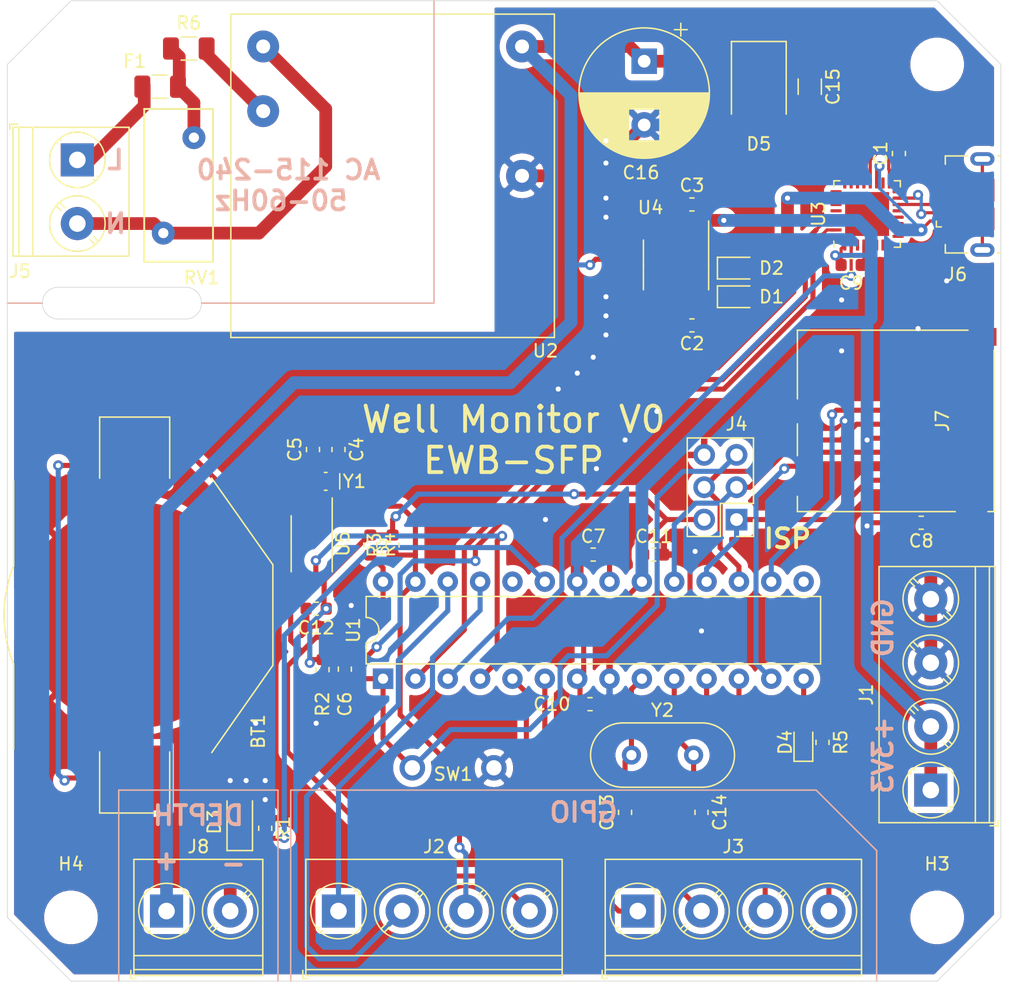
<source format=kicad_pcb>
(kicad_pcb (version 20171130) (host pcbnew "(5.1.6)-1")
  (layers (0 F.Cu signal) (31 B.Cu signal) (34 B.Paste user) (35 F.Paste user) (36 B.SilkS user) (37 F.SilkS user) (38 B.Mask user) (39 F.Mask user) (44 Edge.Cuts user))
  (net 0 "")
  (net 1 GND)
  (net 2 +3V3)
  (net 3 "Net-(BT1-Pad1)")
  (net 4 "Net-(C1-Pad1)")
  (net 5 "Net-(C2-Pad1)")
  (net 6 "Net-(C4-Pad2)")
  (net 7 "Net-(C5-Pad1)")
  (net 8 /~RESET)
  (net 9 /DTR)
  (net 10 "Net-(C7-Pad2)")
  (net 11 "Net-(C13-Pad2)")
  (net 12 "Net-(C14-Pad1)")
  (net 13 +5V)
  (net 14 +24V)
  (net 15 /DEPTH_SENSE)
  (net 16 "Net-(D4-Pad2)")
  (net 17 "Net-(D4-Pad1)")
  (net 18 "Net-(F1-Pad2)")
  (net 19 "Net-(F1-Pad1)")
  (net 20 /GPIO_3)
  (net 21 /GPIO_2)
  (net 22 /GPIO_1)
  (net 23 /GPIO_0)
  (net 24 /GPIO_7)
  (net 25 /GPIO_6)
  (net 26 /GPIO_5)
  (net 27 /GPIO_4)
  (net 28 /SDO)
  (net 29 /SCK)
  (net 30 /SDI)
  (net 31 "Net-(J5-Pad2)")
  (net 32 "Net-(J6-Pad6)")
  (net 33 "Net-(J6-Pad3)")
  (net 34 "Net-(J6-Pad2)")
  (net 35 /~CS)
  (net 36 /SD_~DET)
  (net 37 /RTC_MFP)
  (net 38 /TX)
  (net 39 /RX)
  (net 40 "Net-(R6-Pad2)")
  (module Capacitor_SMD:C_1206_3216Metric (layer F.Cu) (at 158 50.75 270)
    (fp_text reference C15 (at 0 -1.82 90) (layer F.SilkS))
    (fp_text value 1u)
    (pad 2 smd roundrect (at 1.4 0 270) (size 1.25 1.75) (layers F.Cu F.Paste F.Mask) (roundrect_rratio 0.2) (net 1 GND))
    (pad 1 smd roundrect (at -1.4 0 270) (size 1.25 1.75) (layers F.Cu F.Paste F.Mask) (roundrect_rratio 0.2) (net 14 +24V))
  )
  (module MountingHole:MountingHole_3.2mm_M3 (layer F.Cu) (at 100 116)
    (fp_text reference H4 (at 0 -4.2) (layer F.SilkS))
    (fp_text value MountingHole)
    (pad 1 np_thru_hole circle (at 0 0) (size 3.2 3.2) (drill 3.2) (layers *.Cu *.Mask))
  )
  (module MountingHole:MountingHole_3.2mm_M3 (layer F.Cu) (at 168 116)
    (fp_text reference H3 (at 0 -4.2) (layer F.SilkS))
    (fp_text value MountingHole)
    (pad 1 np_thru_hole circle (at 0 0) (size 3.2 3.2) (drill 3.2) (layers *.Cu *.Mask))
  )
  (module MountingHole:MountingHole_3.2mm_M3 (layer F.Cu) (at 168 49)
    (fp_text reference H2 hide)
    (fp_text value MountingHole)
    (pad 1 np_thru_hole circle (at 0 0) (size 3.2 3.2) (drill 3.2) (layers *.Cu *.Mask))
  )
  (module MountingHole:MountingHole_3.2mm_M3 (layer F.Cu) (at 100 49)
    (fp_text reference H1 hide)
    (fp_text value MountingHole)
    (pad 1 np_thru_hole circle (at 0 0) (size 3.2 3.2) (drill 3.2) (layers *.Cu *.Mask))
  )
  (module Resistor_SMD:R_1206_3216Metric (layer F.Cu) (at 109.25 47.75)
    (fp_text reference R6 (at 0 -2) (layer F.SilkS))
    (fp_text value 12)
    (pad 2 smd roundrect (at 1.4 0) (size 1.25 1.75) (layers F.Cu F.Paste F.Mask) (roundrect_rratio 0.2) (net 40 "Net-(R6-Pad2)"))
    (pad 1 smd roundrect (at -1.4 0) (size 1.25 1.75) (layers F.Cu F.Paste F.Mask) (roundrect_rratio 0.2) (net 19 "Net-(F1-Pad1)"))
  )
  (module well-monitor:USB_Micro-B_GCT_USB3076-30-A (layer F.Cu) (at 170.35 60 90)
    (fp_text reference J6 (at -5.5 -0.85 180) (layer F.SilkS))
    (fp_text value USB_B_Micro)
    (pad 6 smd rect (at -2.32 -1.03 90) (size 1.15 1.45) (layers F.Cu F.Paste F.Mask) (net 32 "Net-(J6-Pad6)"))
    (pad 6 smd rect (at 2.32 -1.03 90) (size 1.15 1.45) (layers F.Cu F.Paste F.Mask) (net 32 "Net-(J6-Pad6)"))
    (pad 6 thru_hole oval (at 3.575 1.2 90) (size 1.05 1.9) (drill oval 0.45 1.25) (layers *.Cu *.Mask) (net 32 "Net-(J6-Pad6)"))
    (pad 6 thru_hole oval (at -3.575 1.2 270) (size 1.05 1.9) (drill oval 0.45 1.25) (layers *.Cu *.Mask) (net 32 "Net-(J6-Pad6)"))
    (pad 6 smd rect (at -1.125 1.2 90) (size 1.75 1.9) (layers F.Cu F.Paste F.Mask) (net 32 "Net-(J6-Pad6)"))
    (pad 3 smd rect (at 0 -1.45 90) (size 0.4 1.4) (layers F.Cu F.Paste F.Mask) (net 33 "Net-(J6-Pad3)"))
    (pad 4 smd rect (at 0.65 -1.45 90) (size 0.4 1.4) (layers F.Cu F.Paste F.Mask))
    (pad 5 smd rect (at 1.3 -1.45 90) (size 0.4 1.4) (layers F.Cu F.Paste F.Mask) (net 1 GND))
    (pad 1 smd rect (at -1.3 -1.45 90) (size 0.4 1.4) (layers F.Cu F.Paste F.Mask) (net 13 +5V))
    (pad 2 smd rect (at -0.65 -1.45 90) (size 0.4 1.4) (layers F.Cu F.Paste F.Mask) (net 34 "Net-(J6-Pad2)"))
    (pad 6 smd rect (at 1.125 1.2 90) (size 1.75 1.9) (layers F.Cu F.Paste F.Mask) (net 32 "Net-(J6-Pad6)"))
  )
  (module well-monitor:TerminalBlock_Phoenix_PT-1,5-2-5.0-H_1x02_P5.00mm_Horizontal (layer F.Cu) (at 107.5 115.5)
    (fp_text reference J8 (at 2.5 -5.06) (layer F.SilkS))
    (fp_text value SENSOR)
    (pad 2 thru_hole circle (at 5 0) (size 2.6 2.6) (drill 1.3) (layers *.Cu *.Mask) (net 15 /DEPTH_SENSE))
    (pad 1 thru_hole rect (at 0 0) (size 2.6 2.6) (drill 1.3) (layers *.Cu *.Mask) (net 14 +24V))
  )
  (module well-monitor:TerminalBlock_Phoenix_PT-1,5-2-5.0-H_1x02_P5.00mm_Horizontal (layer F.Cu) (at 100.5 56.5 270)
    (fp_text reference J5 (at 8.75 4.5 180) (layer F.SilkS))
    (fp_text value Screw_Terminal_01x02)
    (pad 2 thru_hole circle (at 5 0 270) (size 2.6 2.6) (drill 1.3) (layers *.Cu *.Mask) (net 31 "Net-(J5-Pad2)"))
    (pad 1 thru_hole rect (at 0 0 270) (size 2.6 2.6) (drill 1.3) (layers *.Cu *.Mask) (net 18 "Net-(F1-Pad2)"))
  )
  (module well-monitor:TerminalBlock_Phoenix_PT-1,5-4-5.0-H_1x04_P5.00mm_Horizontal (layer F.Cu) (at 144.5 115.5)
    (fp_text reference J3 (at 7.5 -5.06) (layer F.SilkS))
    (fp_text value Screw_Terminal_01x04)
    (pad 4 thru_hole circle (at 15 0) (size 2.6 2.6) (drill 1.3) (layers *.Cu *.Mask) (net 24 /GPIO_7))
    (pad 3 thru_hole circle (at 10 0) (size 2.6 2.6) (drill 1.3) (layers *.Cu *.Mask) (net 25 /GPIO_6))
    (pad 2 thru_hole circle (at 5 0) (size 2.6 2.6) (drill 1.3) (layers *.Cu *.Mask) (net 26 /GPIO_5))
    (pad 1 thru_hole rect (at 0 0) (size 2.6 2.6) (drill 1.3) (layers *.Cu *.Mask) (net 27 /GPIO_4))
  )
  (module well-monitor:TerminalBlock_Phoenix_PT-1,5-4-5.0-H_1x04_P5.00mm_Horizontal (layer F.Cu) (at 121 115.5)
    (fp_text reference J2 (at 7.5 -5.06) (layer F.SilkS))
    (fp_text value Screw_Terminal_01x04)
    (pad 4 thru_hole circle (at 15 0) (size 2.6 2.6) (drill 1.3) (layers *.Cu *.Mask) (net 20 /GPIO_3))
    (pad 3 thru_hole circle (at 10 0) (size 2.6 2.6) (drill 1.3) (layers *.Cu *.Mask) (net 21 /GPIO_2))
    (pad 2 thru_hole circle (at 5 0) (size 2.6 2.6) (drill 1.3) (layers *.Cu *.Mask) (net 22 /GPIO_1))
    (pad 1 thru_hole rect (at 0 0) (size 2.6 2.6) (drill 1.3) (layers *.Cu *.Mask) (net 23 /GPIO_0))
  )
  (module well-monitor:TerminalBlock_Phoenix_PT-1,5-4-5.0-H_1x04_P5.00mm_Horizontal (layer F.Cu) (at 167.5 106 90)
    (fp_text reference J1 (at 7.5 -5.06 90) (layer F.SilkS))
    (fp_text value Screw_Terminal_01x04)
    (pad 4 thru_hole circle (at 15 0 90) (size 2.6 2.6) (drill 1.3) (layers *.Cu *.Mask) (net 1 GND))
    (pad 3 thru_hole circle (at 10 0 90) (size 2.6 2.6) (drill 1.3) (layers *.Cu *.Mask) (net 1 GND))
    (pad 2 thru_hole circle (at 5 0 90) (size 2.6 2.6) (drill 1.3) (layers *.Cu *.Mask) (net 2 +3V3))
    (pad 1 thru_hole rect (at 0 0 90) (size 2.6 2.6) (drill 1.3) (layers *.Cu *.Mask) (net 2 +3V3))
  )
  (module well-monitor:BatteryHolder_Keystone_3002_1x2032 (layer F.Cu) (at 105 92.25 90)
    (fp_text reference BT1 (at -9.15 9.7 90) (layer F.SilkS))
    (fp_text value Battery_Cell)
    (pad 2 smd circle (at 0 0 90) (size 17.8 17.8) (layers F.Cu F.Mask) (net 1 GND))
    (pad 1 smd rect (at -12.8 0 90) (size 5.1 5.1) (layers F.Cu F.Paste F.Mask) (net 3 "Net-(BT1-Pad1)"))
    (pad 1 smd rect (at 12.8 0 90) (size 5.1 5.1) (layers F.Cu F.Paste F.Mask) (net 3 "Net-(BT1-Pad1)"))
  )
  (module Varistor:RV_Disc_D12mm_W5.4mm_P7.5mm (layer F.Cu) (at 107.25 62.25 90)
    (fp_text reference RV1 (at -3.5 3 180) (layer F.SilkS))
    (fp_text value S10K350)
    (pad 2 thru_hole circle (at 7.5 2.4 90) (size 1.8 1.8) (drill 0.8) (layers *.Cu *.Mask) (net 19 "Net-(F1-Pad1)"))
    (pad 1 thru_hole circle (at 0 0 90) (size 1.8 1.8) (drill 0.8) (layers *.Cu *.Mask) (net 31 "Net-(J5-Pad2)"))
  )
  (module Diode_SMD:D_SMB (layer F.Cu) (at 154 50.75 270)
    (fp_text reference D5 (at 4.5 0 180) (layer F.SilkS))
    (fp_text value SMBJ30A)
    (pad 2 smd rect (at 2.15 0 270) (size 2.5 2.3) (layers F.Cu F.Paste F.Mask) (net 1 GND))
    (pad 1 smd rect (at -2.15 0 270) (size 2.5 2.3) (layers F.Cu F.Paste F.Mask) (net 14 +24V))
  )
  (module Capacitor_THT:CP_Radial_D10.0mm_P5.00mm (layer F.Cu) (at 145 48.75 270)
    (fp_text reference C16 (at 8.75 0.25 180) (layer F.SilkS))
    (fp_text value 68u)
    (pad 2 thru_hole circle (at 5 0 270) (size 2 2) (drill 1) (layers *.Cu *.Mask) (net 1 GND))
    (pad 1 thru_hole rect (at 0 0 270) (size 2 2) (drill 1) (layers *.Cu *.Mask) (net 14 +24V))
  )
  (module Crystal:Crystal_HC49-U_Vertical (layer F.Cu) (at 144 103.25)
    (fp_text reference Y2 (at 2.44 -3.525) (layer F.SilkS))
    (fp_text value 16Meg)
    (pad 2 thru_hole circle (at 4.88 0) (size 1.5 1.5) (drill 0.8) (layers *.Cu *.Mask) (net 12 "Net-(C14-Pad1)"))
    (pad 1 thru_hole circle (at 0 0) (size 1.5 1.5) (drill 0.8) (layers *.Cu *.Mask) (net 11 "Net-(C13-Pad2)"))
  )
  (module Crystal:Crystal_SMD_MicroCrystal_CM9V-T1A-2Pin_1.6x1.0mm (layer F.Cu) (at 120 81.75 180)
    (fp_text reference Y1 (at -2.25 0) (layer F.SilkS))
    (fp_text value 32.768)
    (pad 2 smd rect (at 0.6 0 180) (size 0.6 1.2) (layers F.Cu F.Paste F.Mask) (net 7 "Net-(C5-Pad1)"))
    (pad 1 smd rect (at -0.6 0 180) (size 0.6 1.2) (layers F.Cu F.Paste F.Mask) (net 6 "Net-(C4-Pad2)"))
  )
  (module Package_SO:TSSOP-8_4.4x3mm_P0.65mm (layer F.Cu) (at 118.897512 86.65 270)
    (fp_text reference U5 (at 0 -2.45 90) (layer F.SilkS))
    (fp_text value MCP7940N-xMS)
    (pad 8 smd roundrect (at 2.8625 -0.975 270) (size 1.475 0.4) (layers F.Cu F.Paste F.Mask) (net 2 +3V3))
    (pad 7 smd roundrect (at 2.8625 -0.325 270) (size 1.475 0.4) (layers F.Cu F.Paste F.Mask) (net 37 /RTC_MFP))
    (pad 6 smd roundrect (at 2.8625 0.325 270) (size 1.475 0.4) (layers F.Cu F.Paste F.Mask) (net 20 /GPIO_3))
    (pad 5 smd roundrect (at 2.8625 0.975 270) (size 1.475 0.4) (layers F.Cu F.Paste F.Mask) (net 21 /GPIO_2))
    (pad 4 smd roundrect (at -2.8625 0.975 270) (size 1.475 0.4) (layers F.Cu F.Paste F.Mask) (net 1 GND))
    (pad 3 smd roundrect (at -2.8625 0.325 270) (size 1.475 0.4) (layers F.Cu F.Paste F.Mask) (net 3 "Net-(BT1-Pad1)"))
    (pad 2 smd roundrect (at -2.8625 -0.325 270) (size 1.475 0.4) (layers F.Cu F.Paste F.Mask) (net 7 "Net-(C5-Pad1)"))
    (pad 1 smd roundrect (at -2.8625 -0.975 270) (size 1.475 0.4) (layers F.Cu F.Paste F.Mask) (net 6 "Net-(C4-Pad2)"))
  )
  (module Package_SO:SOIC-8_3.9x4.9mm_P1.27mm (layer F.Cu) (at 147.5 64.75 270)
    (fp_text reference U4 (at -4.5 2 180) (layer F.SilkS))
    (fp_text value L78L33_SO8)
    (pad 8 smd roundrect (at 2.475 -1.905 270) (size 1.95 0.6) (layers F.Cu F.Paste F.Mask) (net 5 "Net-(C2-Pad1)"))
    (pad 7 smd roundrect (at 2.475 -0.635 270) (size 1.95 0.6) (layers F.Cu F.Paste F.Mask) (net 1 GND))
    (pad 6 smd roundrect (at 2.475 0.635 270) (size 1.95 0.6) (layers F.Cu F.Paste F.Mask) (net 1 GND))
    (pad 5 smd roundrect (at 2.475 1.905 270) (size 1.95 0.6) (layers F.Cu F.Paste F.Mask))
    (pad 4 smd roundrect (at -2.475 1.905 270) (size 1.95 0.6) (layers F.Cu F.Paste F.Mask))
    (pad 3 smd roundrect (at -2.475 0.635 270) (size 1.95 0.6) (layers F.Cu F.Paste F.Mask) (net 1 GND))
    (pad 2 smd roundrect (at -2.475 -0.635 270) (size 1.95 0.6) (layers F.Cu F.Paste F.Mask) (net 1 GND))
    (pad 1 smd roundrect (at -2.475 -1.905 270) (size 1.95 0.6) (layers F.Cu F.Paste F.Mask) (net 2 +3V3))
  )
  (module Package_DFN_QFN:QFN-32-1EP_5x5mm_P0.5mm_EP3.45x3.45mm (layer F.Cu) (at 162.5 60.75 90)
    (fp_text reference U3 (at 0 -3.82 90) (layer F.SilkS))
    (fp_text value CY7C65213A-32LTXI)
    (pad 33 smd rect (at 0 0 90) (size 3.45 3.45) (layers F.Cu F.Mask))
    (pad 32 smd roundrect (at -1.75 -2.4375 90) (size 0.25 0.875) (layers F.Cu F.Paste F.Mask))
    (pad 31 smd roundrect (at -1.25 -2.4375 90) (size 0.25 0.875) (layers F.Cu F.Paste F.Mask) (net 9 /DTR))
    (pad 30 smd roundrect (at -0.75 -2.4375 90) (size 0.25 0.875) (layers F.Cu F.Paste F.Mask) (net 39 /RX))
    (pad 29 smd roundrect (at -0.25 -2.4375 90) (size 0.25 0.875) (layers F.Cu F.Paste F.Mask))
    (pad 28 smd roundrect (at 0.25 -2.4375 90) (size 0.25 0.875) (layers F.Cu F.Paste F.Mask))
    (pad 27 smd roundrect (at 0.75 -2.4375 90) (size 0.25 0.875) (layers F.Cu F.Paste F.Mask))
    (pad 26 smd roundrect (at 1.25 -2.4375 90) (size 0.25 0.875) (layers F.Cu F.Paste F.Mask))
    (pad 25 smd roundrect (at 1.75 -2.4375 90) (size 0.25 0.875) (layers F.Cu F.Paste F.Mask))
    (pad 24 smd roundrect (at 2.4375 -1.75 90) (size 0.875 0.25) (layers F.Cu F.Paste F.Mask) (net 1 GND))
    (pad 23 smd roundrect (at 2.4375 -1.25 90) (size 0.875 0.25) (layers F.Cu F.Paste F.Mask))
    (pad 22 smd roundrect (at 2.4375 -0.75 90) (size 0.875 0.25) (layers F.Cu F.Paste F.Mask))
    (pad 21 smd roundrect (at 2.4375 -0.25 90) (size 0.875 0.25) (layers F.Cu F.Paste F.Mask))
    (pad 20 smd roundrect (at 2.4375 0.25 90) (size 0.875 0.25) (layers F.Cu F.Paste F.Mask) (net 1 GND))
    (pad 19 smd roundrect (at 2.4375 0.75 90) (size 0.875 0.25) (layers F.Cu F.Paste F.Mask) (net 13 +5V))
    (pad 18 smd roundrect (at 2.4375 1.25 90) (size 0.875 0.25) (layers F.Cu F.Paste F.Mask))
    (pad 17 smd roundrect (at 2.4375 1.75 90) (size 0.875 0.25) (layers F.Cu F.Paste F.Mask) (net 1 GND))
    (pad 16 smd roundrect (at 1.75 2.4375 90) (size 0.25 0.875) (layers F.Cu F.Paste F.Mask) (net 4 "Net-(C1-Pad1)"))
    (pad 15 smd roundrect (at 1.25 2.4375 90) (size 0.25 0.875) (layers F.Cu F.Paste F.Mask) (net 34 "Net-(J6-Pad2)"))
    (pad 14 smd roundrect (at 0.75 2.4375 90) (size 0.25 0.875) (layers F.Cu F.Paste F.Mask) (net 33 "Net-(J6-Pad3)"))
    (pad 13 smd roundrect (at 0.25 2.4375 90) (size 0.25 0.875) (layers F.Cu F.Paste F.Mask))
    (pad 12 smd roundrect (at -0.25 2.4375 90) (size 0.25 0.875) (layers F.Cu F.Paste F.Mask))
    (pad 11 smd roundrect (at -0.75 2.4375 90) (size 0.25 0.875) (layers F.Cu F.Paste F.Mask))
    (pad 10 smd roundrect (at -1.25 2.4375 90) (size 0.25 0.875) (layers F.Cu F.Paste F.Mask))
    (pad 9 smd roundrect (at -1.75 2.4375 90) (size 0.25 0.875) (layers F.Cu F.Paste F.Mask))
    (pad 8 smd roundrect (at -2.4375 1.75 90) (size 0.875 0.25) (layers F.Cu F.Paste F.Mask))
    (pad 7 smd roundrect (at -2.4375 1.25 90) (size 0.875 0.25) (layers F.Cu F.Paste F.Mask))
    (pad 6 smd roundrect (at -2.4375 0.75 90) (size 0.875 0.25) (layers F.Cu F.Paste F.Mask))
    (pad 5 smd roundrect (at -2.4375 0.25 90) (size 0.875 0.25) (layers F.Cu F.Paste F.Mask))
    (pad 4 smd roundrect (at -2.4375 -0.25 90) (size 0.875 0.25) (layers F.Cu F.Paste F.Mask) (net 1 GND))
    (pad 3 smd roundrect (at -2.4375 -0.75 90) (size 0.875 0.25) (layers F.Cu F.Paste F.Mask))
    (pad 2 smd roundrect (at -2.4375 -1.25 90) (size 0.875 0.25) (layers F.Cu F.Paste F.Mask) (net 38 /TX))
    (pad 1 smd roundrect (at -2.4375 -1.75 90) (size 0.875 0.25) (layers F.Cu F.Paste F.Mask) (net 2 +3V3))
  )
  (module well-monitor:PSK-5D-24 (layer F.Cu) (at 125.25 57.75)
    (fp_text reference U2 (at 12 13.75) (layer F.SilkS))
    (fp_text value PSK-5D-24)
    (pad 5 thru_hole circle (at 10.16 -10.16 180) (size 2.5 2.5) (drill 1.1) (layers *.Cu *.Mask) (net 14 +24V))
    (pad 2 thru_hole circle (at -10.16 -5.08 180) (size 2.5 2.5) (drill 1.1) (layers *.Cu *.Mask) (net 40 "Net-(R6-Pad2)"))
    (pad 1 thru_hole circle (at -10.16 -10.16 180) (size 2.5 2.5) (drill 1.1) (layers *.Cu *.Mask) (net 31 "Net-(J5-Pad2)"))
    (pad 4 thru_hole circle (at 10.16 0 180) (size 2.5 2.5) (drill 1.1) (layers *.Cu *.Mask) (net 1 GND))
  )
  (module well-monitor:PTS636-SP43-LFS (layer F.Cu) (at 130 104.25)
    (fp_text reference SW1 (at 0 0.5) (layer F.SilkS))
    (fp_text value SW_Push)
    (pad 2 thru_hole circle (at 3.2 0 180) (size 2 2) (drill 1.2) (layers *.Cu *.Mask) (net 1 GND))
    (pad 1 thru_hole circle (at -3.2 0) (size 2 2) (drill 1.2) (layers *.Cu *.Mask) (net 8 /~RESET))
  )
  (module Resistor_SMD:R_0603_1608Metric (layer F.Cu) (at 159 102.25 270)
    (fp_text reference R5 (at 0 -1.43 90) (layer F.SilkS))
    (fp_text value 330)
    (pad 2 smd roundrect (at 0.7875 0 270) (size 0.875 0.95) (layers F.Cu F.Paste F.Mask) (net 17 "Net-(D4-Pad1)"))
    (pad 1 smd roundrect (at -0.7875 0 270) (size 0.875 0.95) (layers F.Cu F.Paste F.Mask) (net 1 GND))
  )
  (module Resistor_SMD:R_0603_1608Metric (layer F.Cu) (at 123.5 86.75 270)
    (fp_text reference R4 (at 0 -1.43 270) (layer F.SilkS))
    (fp_text value 10k)
    (pad 2 smd roundrect (at 0.7875 0 270) (size 0.875 0.95) (layers F.Cu F.Paste F.Mask) (net 20 /GPIO_3))
    (pad 1 smd roundrect (at -0.7875 0 270) (size 0.875 0.95) (layers F.Cu F.Paste F.Mask) (net 2 +3V3))
  )
  (module Resistor_SMD:R_0603_1608Metric (layer F.Cu) (at 125.25 86.75 90)
    (fp_text reference R3 (at 0 -1.43 90) (layer F.SilkS))
    (fp_text value 10k)
    (pad 2 smd roundrect (at 0.7875 0 90) (size 0.875 0.95) (layers F.Cu F.Paste F.Mask) (net 2 +3V3))
    (pad 1 smd roundrect (at -0.7875 0 90) (size 0.875 0.95) (layers F.Cu F.Paste F.Mask) (net 21 /GPIO_2))
  )
  (module Resistor_SMD:R_0603_1608Metric (layer F.Cu) (at 119.75 96.5375 270)
    (fp_text reference R2 (at 2.7125 0 90) (layer F.SilkS))
    (fp_text value 10k)
    (pad 2 smd roundrect (at 0.7875 0 270) (size 0.875 0.95) (layers F.Cu F.Paste F.Mask) (net 8 /~RESET))
    (pad 1 smd roundrect (at -0.7875 0 270) (size 0.875 0.95) (layers F.Cu F.Paste F.Mask) (net 2 +3V3))
  )
  (module Resistor_SMD:R_0603_1608Metric (layer F.Cu) (at 115.25 109 270)
    (fp_text reference R1 (at 0 -1.43 90) (layer F.SilkS))
    (fp_text value 150)
    (pad 2 smd roundrect (at 0.7875 0 270) (size 0.875 0.95) (layers F.Cu F.Paste F.Mask) (net 15 /DEPTH_SENSE))
    (pad 1 smd roundrect (at -0.7875 0 270) (size 0.875 0.95) (layers F.Cu F.Paste F.Mask) (net 1 GND))
  )
  (module well-monitor:MEM2051-00-195-00-A (layer F.Cu) (at 164.75 77 90)
    (fp_text reference J7 (at 0 3.6654 90) (layer F.SilkS))
    (fp_text value Micro_SD_Card hide)
    (pad 1 smd rect (at 1.940001 3.6654 90) (size 0.8128 1.4986) (layers F.Cu F.Paste F.Mask))
    (pad 2 smd rect (at 0.840001 3.265401 90) (size 0.8128 1.4986) (layers F.Cu F.Paste F.Mask) (net 35 /~CS))
    (pad 3 smd rect (at -0.259999 3.6654 90) (size 0.8128 1.4986) (layers F.Cu F.Paste F.Mask) (net 28 /SDO))
    (pad 4 smd rect (at -1.36 3.8654 90) (size 0.8128 1.4986) (layers F.Cu F.Paste F.Mask) (net 2 +3V3))
    (pad 5 smd rect (at -2.46 3.6654 90) (size 0.8128 1.4986) (layers F.Cu F.Paste F.Mask) (net 29 /SCK))
    (pad 6 smd rect (at -3.56 3.8654 90) (size 0.8128 1.4986) (layers F.Cu F.Paste F.Mask) (net 1 GND))
    (pad 7 smd rect (at -4.659884 3.6654 90) (size 0.8128 1.4986) (layers F.Cu F.Paste F.Mask) (net 30 /SDI))
    (pad 8 smd rect (at -5.759884 3.6654 90) (size 0.8128 1.4986) (layers F.Cu F.Paste F.Mask))
    (pad 9 smd rect (at -3.560064 -7.419599 90) (size 0.9906 0.9398) (layers F.Cu F.Paste F.Mask) (net 36 /SD_~DET))
    (pad 10 smd rect (at -4.95 -7.1946 90) (size 1.2954 1.397) (layers F.Cu F.Paste F.Mask) (net 1 GND))
    (pad 10 smd rect (at 0.75 -7.1946 90) (size 1.2954 1.397) (layers F.Cu F.Paste F.Mask) (net 1 GND))
    (pad 10 smd rect (at -6.549999 5.955401 90) (size 1.397 1.905) (layers F.Cu F.Paste F.Mask) (net 1 GND))
    (pad 10 smd rect (at 6.599999 6.955402 90) (size 1.397 1.905) (layers F.Cu F.Paste F.Mask) (net 1 GND))
  )
  (module Connector_PinHeader_2.54mm:PinHeader_2x03_P2.54mm_Vertical (layer F.Cu) (at 152.25 84.75 180)
    (fp_text reference J4 (at 0 7.5) (layer F.SilkS))
    (fp_text value "ISP Header")
    (pad 6 thru_hole oval (at 2.54 5.08 180) (size 1.7 1.7) (drill 1) (layers *.Cu *.Mask) (net 1 GND))
    (pad 5 thru_hole oval (at 0 5.08 180) (size 1.7 1.7) (drill 1) (layers *.Cu *.Mask) (net 8 /~RESET))
    (pad 4 thru_hole oval (at 2.54 2.54 180) (size 1.7 1.7) (drill 1) (layers *.Cu *.Mask) (net 28 /SDO))
    (pad 3 thru_hole oval (at 0 2.54 180) (size 1.7 1.7) (drill 1) (layers *.Cu *.Mask) (net 29 /SCK))
    (pad 2 thru_hole oval (at 2.54 0 180) (size 1.7 1.7) (drill 1) (layers *.Cu *.Mask) (net 2 +3V3))
    (pad 1 thru_hole rect (at 0 0 180) (size 1.7 1.7) (drill 1) (layers *.Cu *.Mask) (net 30 /SDI))
  )
  (module Fuse:Fuse_1206_3216Metric (layer F.Cu) (at 107 50.75 180)
    (fp_text reference F1 (at 2 2) (layer F.SilkS))
    (fp_text value 1)
    (pad 2 smd roundrect (at 1.4 0 180) (size 1.25 1.75) (layers F.Cu F.Paste F.Mask) (roundrect_rratio 0.2) (net 18 "Net-(F1-Pad2)"))
    (pad 1 smd roundrect (at -1.4 0 180) (size 1.25 1.75) (layers F.Cu F.Paste F.Mask) (roundrect_rratio 0.2) (net 19 "Net-(F1-Pad1)"))
  )
  (module LED_SMD:LED_0603_1608Metric (layer F.Cu) (at 157.5 102.25 90)
    (fp_text reference D4 (at 0 -1.43 90) (layer F.SilkS))
    (fp_text value LED_Small)
    (pad 2 smd roundrect (at 0.7875 0 90) (size 0.875 0.95) (layers F.Cu F.Paste F.Mask) (net 16 "Net-(D4-Pad2)"))
    (pad 1 smd roundrect (at -0.7875 0 90) (size 0.875 0.95) (layers F.Cu F.Paste F.Mask) (net 17 "Net-(D4-Pad1)"))
  )
  (module Diode_SMD:D_SOD-123 (layer F.Cu) (at 113.25 108.5 90)
    (fp_text reference D3 (at 0 -2 90) (layer F.SilkS))
    (fp_text value 3.3)
    (pad 2 smd rect (at 1.65 0 90) (size 0.9 1.2) (layers F.Cu F.Paste F.Mask) (net 1 GND))
    (pad 1 smd rect (at -1.65 0 90) (size 0.9 1.2) (layers F.Cu F.Paste F.Mask) (net 15 /DEPTH_SENSE))
  )
  (module Diode_SMD:D_SOD-323 (layer F.Cu) (at 152.25 65)
    (fp_text reference D2 (at 2.75 0) (layer F.SilkS))
    (fp_text value CUS10S30)
    (pad 2 smd rect (at 1.05 0) (size 0.6 0.45) (layers F.Cu F.Paste F.Mask) (net 14 +24V))
    (pad 1 smd rect (at -1.05 0) (size 0.6 0.45) (layers F.Cu F.Paste F.Mask) (net 5 "Net-(C2-Pad1)"))
  )
  (module Diode_SMD:D_SOD-323 (layer F.Cu) (at 152.25 67.25)
    (fp_text reference D1 (at 2.75 0) (layer F.SilkS))
    (fp_text value CUS10S30)
    (pad 2 smd rect (at 1.05 0) (size 0.6 0.45) (layers F.Cu F.Paste F.Mask) (net 13 +5V))
    (pad 1 smd rect (at -1.05 0) (size 0.6 0.45) (layers F.Cu F.Paste F.Mask) (net 5 "Net-(C2-Pad1)"))
  )
  (module Capacitor_SMD:C_0603_1608Metric (layer F.Cu) (at 149.5 107.75 270)
    (fp_text reference C14 (at 0 -1.43 90) (layer F.SilkS))
    (fp_text value 10p)
    (pad 2 smd roundrect (at 0.7875 0 270) (size 0.875 0.95) (layers F.Cu F.Paste F.Mask) (net 1 GND))
    (pad 1 smd roundrect (at -0.7875 0 270) (size 0.875 0.95) (layers F.Cu F.Paste F.Mask) (net 12 "Net-(C14-Pad1)"))
  )
  (module Capacitor_SMD:C_0603_1608Metric (layer F.Cu) (at 143.5 107.75 90)
    (fp_text reference C13 (at 0 -1.43 90) (layer F.SilkS))
    (fp_text value 10p)
    (pad 2 smd roundrect (at 0.7875 0 90) (size 0.875 0.95) (layers F.Cu F.Paste F.Mask) (net 11 "Net-(C13-Pad2)"))
    (pad 1 smd roundrect (at -0.7875 0 90) (size 0.875 0.95) (layers F.Cu F.Paste F.Mask) (net 1 GND))
  )
  (module Capacitor_SMD:C_0603_1608Metric (layer F.Cu) (at 119.25 91.75)
    (fp_text reference C12 (at 0 1.5) (layer F.SilkS))
    (fp_text value 100n)
    (pad 2 smd roundrect (at 0.7875 0) (size 0.875 0.95) (layers F.Cu F.Paste F.Mask) (net 2 +3V3))
    (pad 1 smd roundrect (at -0.7875 0) (size 0.875 0.95) (layers F.Cu F.Paste F.Mask) (net 1 GND))
  )
  (module Capacitor_SMD:C_0603_1608Metric (layer F.Cu) (at 145.75 87.5)
    (fp_text reference C11 (at 0 -1.43) (layer F.SilkS))
    (fp_text value 100n)
    (pad 2 smd roundrect (at 0.7875 0) (size 0.875 0.95) (layers F.Cu F.Paste F.Mask) (net 1 GND))
    (pad 1 smd roundrect (at -0.7875 0) (size 0.875 0.95) (layers F.Cu F.Paste F.Mask) (net 2 +3V3))
  )
  (module Capacitor_SMD:C_0603_1608Metric (layer F.Cu) (at 140.75 99.25 180)
    (fp_text reference C10 (at 3 0) (layer F.SilkS))
    (fp_text value 100n)
    (pad 2 smd roundrect (at 0.7875 0 180) (size 0.875 0.95) (layers F.Cu F.Paste F.Mask) (net 2 +3V3))
    (pad 1 smd roundrect (at -0.7875 0 180) (size 0.875 0.95) (layers F.Cu F.Paste F.Mask) (net 1 GND))
  )
  (module Capacitor_SMD:C_0603_1608Metric (layer F.Cu) (at 161.25 64.75 180)
    (fp_text reference C9 (at 0 -1.43) (layer F.SilkS))
    (fp_text value 100n)
    (pad 2 smd roundrect (at 0.7875 0 180) (size 0.875 0.95) (layers F.Cu F.Paste F.Mask) (net 2 +3V3))
    (pad 1 smd roundrect (at -0.7875 0 180) (size 0.875 0.95) (layers F.Cu F.Paste F.Mask) (net 1 GND))
  )
  (module Capacitor_SMD:C_0603_1608Metric (layer F.Cu) (at 166.75 85 180)
    (fp_text reference C8 (at 0 -1.43) (layer F.SilkS))
    (fp_text value 100n)
    (pad 2 smd roundrect (at 0.7875 0 180) (size 0.875 0.95) (layers F.Cu F.Paste F.Mask) (net 2 +3V3))
    (pad 1 smd roundrect (at -0.7875 0 180) (size 0.875 0.95) (layers F.Cu F.Paste F.Mask) (net 1 GND))
  )
  (module Capacitor_SMD:C_0603_1608Metric (layer F.Cu) (at 141 87.5)
    (fp_text reference C7 (at 0 -1.43) (layer F.SilkS))
    (fp_text value 100n)
    (pad 2 smd roundrect (at 0.7875 0) (size 0.875 0.95) (layers F.Cu F.Paste F.Mask) (net 10 "Net-(C7-Pad2)"))
    (pad 1 smd roundrect (at -0.7875 0) (size 0.875 0.95) (layers F.Cu F.Paste F.Mask) (net 1 GND))
  )
  (module Capacitor_SMD:C_0603_1608Metric (layer F.Cu) (at 121.5 96.5 270)
    (fp_text reference C6 (at 2.75 0 90) (layer F.SilkS))
    (fp_text value 100n)
    (pad 2 smd roundrect (at 0.7875 0 270) (size 0.875 0.95) (layers F.Cu F.Paste F.Mask) (net 8 /~RESET))
    (pad 1 smd roundrect (at -0.7875 0 270) (size 0.875 0.95) (layers F.Cu F.Paste F.Mask) (net 9 /DTR))
  )
  (module Capacitor_SMD:C_0603_1608Metric (layer F.Cu) (at 119 79.25 90)
    (fp_text reference C5 (at 0 -1.43 90) (layer F.SilkS))
    (fp_text value 10p)
    (pad 2 smd roundrect (at 0.7875 0 90) (size 0.875 0.95) (layers F.Cu F.Paste F.Mask) (net 1 GND))
    (pad 1 smd roundrect (at -0.7875 0 90) (size 0.875 0.95) (layers F.Cu F.Paste F.Mask) (net 7 "Net-(C5-Pad1)"))
  )
  (module Capacitor_SMD:C_0603_1608Metric (layer F.Cu) (at 121 79.25 270)
    (fp_text reference C4 (at 0 -1.43 90) (layer F.SilkS))
    (fp_text value 10p)
    (pad 2 smd roundrect (at 0.7875 0 270) (size 0.875 0.95) (layers F.Cu F.Paste F.Mask) (net 6 "Net-(C4-Pad2)"))
    (pad 1 smd roundrect (at -0.7875 0 270) (size 0.875 0.95) (layers F.Cu F.Paste F.Mask) (net 1 GND))
  )
  (module Capacitor_SMD:C_0603_1608Metric (layer F.Cu) (at 148.75 60 180)
    (fp_text reference C3 (at 0 1.5) (layer F.SilkS))
    (fp_text value 1u)
    (pad 2 smd roundrect (at 0.7875 0 180) (size 0.875 0.95) (layers F.Cu F.Paste F.Mask) (net 1 GND))
    (pad 1 smd roundrect (at -0.7875 0 180) (size 0.875 0.95) (layers F.Cu F.Paste F.Mask) (net 2 +3V3))
  )
  (module Capacitor_SMD:C_0603_1608Metric (layer F.Cu) (at 148.75 69.5 180)
    (fp_text reference C2 (at 0 -1.43) (layer F.SilkS))
    (fp_text value 1u)
    (pad 2 smd roundrect (at 0.7875 0 180) (size 0.875 0.95) (layers F.Cu F.Paste F.Mask) (net 1 GND))
    (pad 1 smd roundrect (at -0.7875 0 180) (size 0.875 0.95) (layers F.Cu F.Paste F.Mask) (net 5 "Net-(C2-Pad1)"))
  )
  (module Capacitor_SMD:C_0603_1608Metric (layer F.Cu) (at 165 56 90)
    (fp_text reference C1 (at 0 -1.43 90) (layer F.SilkS))
    (fp_text value 1u)
    (pad 2 smd roundrect (at 0.7875 0 90) (size 0.875 0.95) (layers F.Cu F.Paste F.Mask) (net 1 GND))
    (pad 1 smd roundrect (at -0.7875 0 90) (size 0.875 0.95) (layers F.Cu F.Paste F.Mask) (net 4 "Net-(C1-Pad1)"))
  )
  (module Package_DIP:DIP-28_W7.62mm (layer F.Cu) (at 124.5 97.25 90)
    (fp_text reference U1 (at 3.81 -2.33 90) (layer F.SilkS))
    (fp_text value ATmega328P-PU)
    (pad 28 thru_hole oval (at 7.62 0 90) (size 1.6 1.6) (drill 0.8) (layers *.Cu *.Mask) (net 20 /GPIO_3))
    (pad 14 thru_hole oval (at 0 33.02 90) (size 1.6 1.6) (drill 0.8) (layers *.Cu *.Mask) (net 16 "Net-(D4-Pad2)"))
    (pad 27 thru_hole oval (at 7.62 2.54 90) (size 1.6 1.6) (drill 0.8) (layers *.Cu *.Mask) (net 21 /GPIO_2))
    (pad 13 thru_hole oval (at 0 30.48 90) (size 1.6 1.6) (drill 0.8) (layers *.Cu *.Mask) (net 36 /SD_~DET))
    (pad 26 thru_hole oval (at 7.62 5.08 90) (size 1.6 1.6) (drill 0.8) (layers *.Cu *.Mask) (net 22 /GPIO_1))
    (pad 12 thru_hole oval (at 0 27.94 90) (size 1.6 1.6) (drill 0.8) (layers *.Cu *.Mask) (net 24 /GPIO_7))
    (pad 25 thru_hole oval (at 7.62 7.62 90) (size 1.6 1.6) (drill 0.8) (layers *.Cu *.Mask) (net 23 /GPIO_0))
    (pad 11 thru_hole oval (at 0 25.4 90) (size 1.6 1.6) (drill 0.8) (layers *.Cu *.Mask) (net 25 /GPIO_6))
    (pad 24 thru_hole oval (at 7.62 10.16 90) (size 1.6 1.6) (drill 0.8) (layers *.Cu *.Mask))
    (pad 10 thru_hole oval (at 0 22.86 90) (size 1.6 1.6) (drill 0.8) (layers *.Cu *.Mask) (net 12 "Net-(C14-Pad1)"))
    (pad 23 thru_hole oval (at 7.62 12.7 90) (size 1.6 1.6) (drill 0.8) (layers *.Cu *.Mask) (net 15 /DEPTH_SENSE))
    (pad 9 thru_hole oval (at 0 20.32 90) (size 1.6 1.6) (drill 0.8) (layers *.Cu *.Mask) (net 11 "Net-(C13-Pad2)"))
    (pad 22 thru_hole oval (at 7.62 15.24 90) (size 1.6 1.6) (drill 0.8) (layers *.Cu *.Mask) (net 1 GND))
    (pad 8 thru_hole oval (at 0 17.78 90) (size 1.6 1.6) (drill 0.8) (layers *.Cu *.Mask) (net 1 GND))
    (pad 21 thru_hole oval (at 7.62 17.78 90) (size 1.6 1.6) (drill 0.8) (layers *.Cu *.Mask) (net 10 "Net-(C7-Pad2)"))
    (pad 7 thru_hole oval (at 0 15.24 90) (size 1.6 1.6) (drill 0.8) (layers *.Cu *.Mask) (net 2 +3V3))
    (pad 20 thru_hole oval (at 7.62 20.32 90) (size 1.6 1.6) (drill 0.8) (layers *.Cu *.Mask) (net 2 +3V3))
    (pad 6 thru_hole oval (at 0 12.7 90) (size 1.6 1.6) (drill 0.8) (layers *.Cu *.Mask) (net 26 /GPIO_5))
    (pad 19 thru_hole oval (at 7.62 22.86 90) (size 1.6 1.6) (drill 0.8) (layers *.Cu *.Mask) (net 29 /SCK))
    (pad 5 thru_hole oval (at 0 10.16 90) (size 1.6 1.6) (drill 0.8) (layers *.Cu *.Mask) (net 27 /GPIO_4))
    (pad 18 thru_hole oval (at 7.62 25.4 90) (size 1.6 1.6) (drill 0.8) (layers *.Cu *.Mask) (net 30 /SDI))
    (pad 4 thru_hole oval (at 0 7.62 90) (size 1.6 1.6) (drill 0.8) (layers *.Cu *.Mask) (net 37 /RTC_MFP))
    (pad 17 thru_hole oval (at 7.62 27.94 90) (size 1.6 1.6) (drill 0.8) (layers *.Cu *.Mask) (net 28 /SDO))
    (pad 3 thru_hole oval (at 0 5.08 90) (size 1.6 1.6) (drill 0.8) (layers *.Cu *.Mask) (net 38 /TX))
    (pad 16 thru_hole oval (at 7.62 30.48 90) (size 1.6 1.6) (drill 0.8) (layers *.Cu *.Mask) (net 35 /~CS))
    (pad 2 thru_hole oval (at 0 2.54 90) (size 1.6 1.6) (drill 0.8) (layers *.Cu *.Mask) (net 39 /RX))
    (pad 15 thru_hole oval (at 7.62 33.02 90) (size 1.6 1.6) (drill 0.8) (layers *.Cu *.Mask))
    (pad 1 thru_hole rect (at 0 0 90) (size 1.6 1.6) (drill 0.8) (layers *.Cu *.Mask) (net 8 /~RESET))
  )
  (gr_text "Well Monitor V0\nEWB-SFP" (at 134.75 78.5) (layer F.SilkS) (effects (font (size 2 2) (thickness 0.3))))
  (gr_text ISP (at 156.25 86.25) (layer F.SilkS) (effects (font (size 1.5 1.5) (thickness 0.3))))
  (gr_text GND (at 163.75 93.25 90) (layer B.SilkS) (effects (font (size 1.5 1.5) (thickness 0.3)) (justify mirror)))
  (gr_text +3V3 (at 163.75 103.25 90) (layer B.SilkS) (effects (font (size 1.5 1.5) (thickness 0.3)) (justify mirror)))
  (gr_line (start 158.5 106) (end 163.25 110.75) (layer B.SilkS) (width 0.12))
  (gr_line (start 117.25 106) (end 158.5 106) (layer B.SilkS) (width 0.12))
  (gr_line (start 163.25 121) (end 163.25 110.75) (layer B.SilkS) (width 0.12))
  (gr_line (start 117.25 121) (end 117.25 106) (layer B.SilkS) (width 0.12))
  (gr_text GPIO (at 140.25 107.75) (layer B.SilkS) (effects (font (size 1.5 1.5) (thickness 0.3)) (justify mirror)))
  (gr_line (start 103.75 106) (end 103.75 121) (layer B.SilkS) (width 0.12))
  (gr_line (start 116.25 106) (end 103.75 106) (layer B.SilkS) (width 0.12))
  (gr_line (start 116.25 121) (end 116.25 106) (layer B.SilkS) (width 0.12))
  (gr_text - (at 112.75 111.75) (layer B.SilkS) (effects (font (size 1.5 1.5) (thickness 0.3)) (justify mirror)))
  (gr_text + (at 107.5 111.5) (layer B.SilkS) (effects (font (size 1.5 1.5) (thickness 0.3)) (justify mirror)))
  (gr_text DEPTH (at 110 108) (layer B.SilkS) (effects (font (size 1.5 1.5) (thickness 0.3)) (justify mirror)))
  (gr_line (start 128.5 67.75) (end 128.5 44) (layer B.SilkS) (width 0.12))
  (gr_line (start 110.25 67.75) (end 128.5 67.75) (layer B.SilkS) (width 0.12))
  (gr_line (start 95 67.75) (end 97.75 67.75) (layer B.SilkS) (width 0.12))
  (gr_text "AC 115-240 \n50-60Hz" (at 116.5 58.5) (layer B.SilkS) (effects (font (size 1.5 1.5) (thickness 0.3)) (justify mirror)))
  (gr_text N (at 103.5 61.5) (layer B.SilkS) (effects (font (size 1.5 1.5) (thickness 0.3)) (justify mirror)))
  (gr_text L (at 103.5 56.5) (layer B.SilkS) (effects (font (size 1.5 1.5) (thickness 0.3)) (justify mirror)))
  (gr_arc (start 109 67.75) (end 109 69) (angle -180) (layer Edge.Cuts) (width 0.05))
  (gr_arc (start 99 67.75) (end 99 66.5) (angle -180) (layer Edge.Cuts) (width 0.05))
  (gr_line (start 99 69) (end 109 69) (layer Edge.Cuts) (width 0.05))
  (gr_line (start 99 66.5) (end 109 66.5) (layer Edge.Cuts) (width 0.05))
  (gr_line (start 100 44) (end 168 44) (layer Edge.Cuts) (width 0.05))
  (gr_line (start 95 49) (end 100 44) (layer Edge.Cuts) (width 0.05))
  (gr_line (start 95 116) (end 95 49) (layer Edge.Cuts) (width 0.05))
  (gr_line (start 100 121) (end 95 116) (layer Edge.Cuts) (width 0.05))
  (gr_line (start 168 121) (end 100 121) (layer Edge.Cuts) (width 0.05))
  (gr_line (start 173 116) (end 168 121) (layer Edge.Cuts) (width 0.05))
  (gr_line (start 173 49) (end 173 116) (layer Edge.Cuts) (width 0.05))
  (gr_line (start 168 44) (end 173 49) (layer Edge.Cuts) (width 0.05))
  (segment (start 141 57.75) (end 142 56.75) (width 1) (layer F.Cu) (net 1))
  (segment (start 135.41 57.75) (end 141 57.75) (width 1) (layer F.Cu) (net 1))
  (segment (start 162.25 64.5375) (end 162.0375 64.75) (width 0.25) (layer F.Cu) (net 1))
  (segment (start 162.25 63.1875) (end 162.25 64.5375) (width 0.25) (layer F.Cu) (net 1))
  (segment (start 164.25 58.3125) (end 164.25 57.2875) (width 0.25) (layer F.Cu) (net 1))
  (segment (start 160.75 58.3125) (end 160.75 57.25) (width 0.25) (layer F.Cu) (net 1))
  (segment (start 160.75 57.25) (end 161.5 56.5) (width 0.25) (layer F.Cu) (net 1))
  (segment (start 164.19999 56.01251) (end 165 55.2125) (width 0.25) (layer F.Cu) (net 1))
  (segment (start 164.19999 57.23749) (end 164.19999 56.01251) (width 0.25) (layer F.Cu) (net 1))
  (segment (start 164.25 57.2875) (end 164.19999 57.23749) (width 0.25) (layer F.Cu) (net 1))
  (segment (start 162.75 58.3125) (end 162.749978 58.312478) (width 0.25) (layer F.Cu) (net 1))
  (segment (start 162.749978 56.500022) (end 164.0375 55.2125) (width 0.25) (layer F.Cu) (net 1))
  (segment (start 164.0375 55.2125) (end 165 55.2125) (width 0.25) (layer F.Cu) (net 1))
  (segment (start 162.749978 58.312478) (end 162.749978 56.500022) (width 0.25) (layer F.Cu) (net 1))
  (segment (start 162.749956 56.5) (end 162.749978 56.500022) (width 0.25) (layer F.Cu) (net 1))
  (segment (start 161.5 56.5) (end 162.749956 56.5) (width 0.25) (layer F.Cu) (net 1))
  (segment (start 117.922512 83.7875) (end 117.922512 82.172512) (width 0.4) (layer F.Cu) (net 1))
  (segment (start 117.922512 82.172512) (end 117.25 81.5) (width 0.4) (layer F.Cu) (net 1))
  (segment (start 117.25 81.5) (end 117.25 79.25) (width 0.4) (layer F.Cu) (net 1))
  (segment (start 118.0375 78.4625) (end 119 78.4625) (width 0.4) (layer F.Cu) (net 1))
  (segment (start 117.25 79.25) (end 118.0375 78.4625) (width 0.4) (layer F.Cu) (net 1))
  (segment (start 121 78.4625) (end 119 78.4625) (width 0.4) (layer F.Cu) (net 1))
  (via (at 122 91.5) (size 0.8) (drill 0.4) (layers F.Cu B.Cu) (net 1))
  (via (at 149.5 93.5) (size 0.8) (drill 0.4) (layers F.Cu B.Cu) (net 1))
  (via (at 160.5 71.5) (size 0.8) (drill 0.4) (layers F.Cu B.Cu) (net 1))
  (via (at 160.5 67.5) (size 0.8) (drill 0.4) (layers F.Cu B.Cu) (net 1))
  (via (at 166.5 69.75) (size 0.8) (drill 0.4) (layers F.Cu B.Cu) (net 1))
  (via (at 119.25 100.75) (size 0.8) (drill 0.4) (layers F.Cu B.Cu) (net 1))
  (via (at 114.5 100.75) (size 0.8) (drill 0.4) (layers F.Cu B.Cu) (net 1))
  (segment (start 139.74 87.9725) (end 140.2125 87.5) (width 1) (layer F.Cu) (net 1))
  (segment (start 139.74 89.63) (end 139.74 87.9725) (width 1) (layer F.Cu) (net 1))
  (via (at 149 87.25) (size 0.8) (drill 0.4) (layers F.Cu B.Cu) (net 1))
  (segment (start 168.9 58.7) (end 167.95 58.7) (width 0.4) (layer F.Cu) (net 1))
  (segment (start 167.95 58.7) (end 167 57.75) (width 0.4) (layer F.Cu) (net 1))
  (segment (start 167 57.75) (end 167 56) (width 0.4) (layer F.Cu) (net 1))
  (segment (start 166.2125 55.2125) (end 165 55.2125) (width 0.4) (layer F.Cu) (net 1))
  (segment (start 167 56) (end 166.2125 55.2125) (width 0.4) (layer F.Cu) (net 1))
  (segment (start 148.75 87.5) (end 149 87.25) (width 0.4) (layer F.Cu) (net 1))
  (segment (start 146.5375 87.5) (end 148.75 87.5) (width 0.4) (layer F.Cu) (net 1))
  (via (at 160.75 77) (size 0.8) (drill 0.4) (layers F.Cu B.Cu) (net 1))
  (via (at 142 61) (size 0.8) (drill 0.4) (layers F.Cu B.Cu) (net 1))
  (via (at 142 59.5) (size 0.8) (drill 0.4) (layers F.Cu B.Cu) (net 1))
  (segment (start 142 56.75) (end 145 53.75) (width 1) (layer F.Cu) (net 1))
  (via (at 142 56.75) (size 0.8) (drill 0.4) (layers F.Cu B.Cu) (net 1))
  (via (at 142 55) (size 0.8) (drill 0.4) (layers F.Cu B.Cu) (net 1))
  (via (at 142 67.25) (size 0.8) (drill 0.4) (layers F.Cu B.Cu) (net 1))
  (via (at 142 68.75) (size 0.8) (drill 0.4) (layers F.Cu B.Cu) (net 1))
  (via (at 142 70.25) (size 0.8) (drill 0.4) (layers F.Cu B.Cu) (net 1))
  (via (at 141 72) (size 0.8) (drill 0.4) (layers F.Cu B.Cu) (net 1))
  (via (at 139.75 73.25) (size 0.8) (drill 0.4) (layers F.Cu B.Cu) (net 1))
  (via (at 138.25 74.5) (size 0.8) (drill 0.4) (layers F.Cu B.Cu) (net 1))
  (via (at 115.25 106.75) (size 0.8) (drill 0.4) (layers F.Cu B.Cu) (net 1))
  (via (at 115.25 105.25) (size 0.8) (drill 0.4) (layers F.Cu B.Cu) (net 1))
  (via (at 113.75 105.25) (size 0.8) (drill 0.4) (layers F.Cu B.Cu) (net 1))
  (via (at 112.5 105.25) (size 0.8) (drill 0.4) (layers F.Cu B.Cu) (net 1))
  (via (at 146 76.25) (size 0.8) (drill 0.4) (layers F.Cu B.Cu) (net 1))
  (via (at 143.5 78.5) (size 0.8) (drill 0.4) (layers F.Cu B.Cu) (net 1))
  (via (at 141.25 80.75) (size 0.8) (drill 0.4) (layers F.Cu B.Cu) (net 1))
  (via (at 137.25 84.75) (size 0.8) (drill 0.4) (layers F.Cu B.Cu) (net 1))
  (segment (start 148.600001 87.649999) (end 148.600001 91.600001) (width 0.4) (layer F.Cu) (net 1))
  (segment (start 149 87.25) (end 148.600001 87.649999) (width 0.4) (layer F.Cu) (net 1))
  (segment (start 149.5 92.5) (end 149.5 93.5) (width 0.4) (layer F.Cu) (net 1))
  (segment (start 148.600001 91.600001) (end 149.5 92.5) (width 0.4) (layer F.Cu) (net 1))
  (segment (start 167.5 96) (end 167.5 91) (width 1) (layer F.Cu) (net 1))
  (segment (start 167.5 91) (end 167.5 87) (width 1) (layer F.Cu) (net 1))
  (segment (start 170.705401 83.794599) (end 170.705401 80.549999) (width 1) (layer F.Cu) (net 1))
  (segment (start 167.5 87) (end 170.705401 83.794599) (width 1) (layer F.Cu) (net 1))
  (segment (start 170.705401 68.400002) (end 171.705402 67.400001) (width 1) (layer F.Cu) (net 1))
  (segment (start 170.705401 80.549999) (end 170.705401 68.400002) (width 1) (layer F.Cu) (net 1))
  (via (at 168.75 66) (size 0.8) (drill 0.4) (layers F.Cu B.Cu) (net 1))
  (segment (start 171.705402 67.400001) (end 170.150001 67.400001) (width 1) (layer F.Cu) (net 1))
  (segment (start 170.150001 67.400001) (end 168.75 66) (width 1) (layer F.Cu) (net 1))
  (segment (start 167.5 53.75) (end 145 53.75) (width 1) (layer B.Cu) (net 1))
  (segment (start 168.75 66) (end 168.75 55) (width 1) (layer B.Cu) (net 1))
  (segment (start 168.75 55) (end 167.5 53.75) (width 1) (layer B.Cu) (net 1))
  (segment (start 170.6954 80.56) (end 170.705401 80.549999) (width 0.4) (layer F.Cu) (net 1))
  (segment (start 168.6154 80.56) (end 170.6954 80.56) (width 0.4) (layer F.Cu) (net 1))
  (segment (start 157.5554 81.95) (end 159.55 81.95) (width 0.4) (layer F.Cu) (net 1))
  (segment (start 160.94 80.56) (end 168.6154 80.56) (width 0.4) (layer F.Cu) (net 1))
  (segment (start 159.55 81.95) (end 160.94 80.56) (width 0.4) (layer F.Cu) (net 1))
  (segment (start 139.9625 97.4725) (end 139.74 97.25) (width 0.4) (layer F.Cu) (net 2))
  (segment (start 139.9625 99.25) (end 139.9625 97.4725) (width 0.4) (layer F.Cu) (net 2))
  (segment (start 144.82 87.6425) (end 144.9625 87.5) (width 0.4) (layer F.Cu) (net 2))
  (segment (start 144.82 89.63) (end 144.82 87.6425) (width 0.4) (layer F.Cu) (net 2))
  (segment (start 144.82 89.63) (end 140.25 94.2) (width 0.4) (layer F.Cu) (net 2))
  (segment (start 140.25 96.74) (end 139.74 97.25) (width 0.4) (layer F.Cu) (net 2))
  (segment (start 140.25 94.2) (end 140.25 96.74) (width 0.4) (layer F.Cu) (net 2))
  (segment (start 144.9625 87.5) (end 144.9625 86.5375) (width 0.4) (layer F.Cu) (net 2))
  (segment (start 146.75 84.75) (end 149.71 84.75) (width 0.4) (layer F.Cu) (net 2))
  (segment (start 144.9625 86.5375) (end 146.75 84.75) (width 0.4) (layer F.Cu) (net 2))
  (segment (start 149.405 60.1325) (end 149.5375 60) (width 0.4) (layer F.Cu) (net 2))
  (segment (start 149.405 62.275) (end 149.405 60.1325) (width 0.4) (layer F.Cu) (net 2))
  (segment (start 160.4625 63.475) (end 160.75 63.1875) (width 0.25) (layer F.Cu) (net 2))
  (segment (start 119.872512 91.585012) (end 120.0375 91.75) (width 0.4) (layer F.Cu) (net 2))
  (segment (start 119.872512 89.5125) (end 119.872512 91.585012) (width 0.4) (layer F.Cu) (net 2))
  (segment (start 125.25 85.9625) (end 123.5 85.9625) (width 0.4) (layer F.Cu) (net 2))
  (segment (start 123.422512 85.9625) (end 119.872512 89.5125) (width 0.4) (layer F.Cu) (net 2))
  (segment (start 123.5 85.9625) (end 123.422512 85.9625) (width 0.4) (layer F.Cu) (net 2))
  (segment (start 167.5 106) (end 167.5 101) (width 1) (layer F.Cu) (net 2))
  (via (at 151.25 61.25) (size 0.8) (drill 0.4) (layers F.Cu B.Cu) (net 2))
  (segment (start 149.5375 61.0375) (end 149.5375 60) (width 1) (layer F.Cu) (net 2))
  (segment (start 151.25 61.25) (end 149.75 61.25) (width 1) (layer F.Cu) (net 2))
  (segment (start 149.75 61.25) (end 149.5375 61.0375) (width 1) (layer F.Cu) (net 2))
  (segment (start 144.82 82.265998) (end 144.82 89.63) (width 1) (layer B.Cu) (net 2))
  (segment (start 157.835998 69.25) (end 144.82 82.265998) (width 1) (layer B.Cu) (net 2))
  (segment (start 162.5 69.25) (end 157.835998 69.25) (width 1) (layer B.Cu) (net 2))
  (via (at 125.5 84.5) (size 0.8) (drill 0.4) (layers F.Cu B.Cu) (net 2))
  (segment (start 125.25 85.9625) (end 125.25 84.75) (width 0.4) (layer F.Cu) (net 2))
  (segment (start 125.25 84.75) (end 125.5 84.5) (width 0.4) (layer F.Cu) (net 2))
  (via (at 139.5 82.75) (size 0.8) (drill 0.4) (layers F.Cu B.Cu) (net 2))
  (segment (start 125.5 84.5) (end 127.25 82.75) (width 0.4) (layer B.Cu) (net 2))
  (segment (start 127.25 82.75) (end 139.5 82.75) (width 0.4) (layer B.Cu) (net 2))
  (segment (start 144.75 82.75) (end 146.75 84.75) (width 0.4) (layer F.Cu) (net 2))
  (segment (start 139.5 82.75) (end 144.75 82.75) (width 0.4) (layer F.Cu) (net 2))
  (via (at 118.75 96) (size 0.8) (drill 0.4) (layers F.Cu B.Cu) (net 2))
  (segment (start 119.75 95.75) (end 119 95.75) (width 0.4) (layer F.Cu) (net 2))
  (segment (start 119 95.75) (end 118.75 96) (width 0.4) (layer F.Cu) (net 2))
  (via (at 120.0375 91.75) (size 0.8) (drill 0.4) (layers F.Cu B.Cu) (net 2))
  (segment (start 118.75 93.0375) (end 120.0375 91.75) (width 0.4) (layer B.Cu) (net 2))
  (segment (start 118.75 96) (end 118.75 93.0375) (width 0.4) (layer B.Cu) (net 2))
  (segment (start 162.5 69.25) (end 162.818716 68.931284) (width 1) (layer B.Cu) (net 2))
  (segment (start 161.75 61.25) (end 151.25 61.25) (width 1) (layer B.Cu) (net 2))
  (segment (start 162.818716 62.318716) (end 161.75 61.25) (width 1) (layer B.Cu) (net 2))
  (segment (start 160.4625 64.0375) (end 160.0375 64.0375) (width 0.4) (layer F.Cu) (net 2))
  (via (at 160 64) (size 0.8) (drill 0.4) (layers F.Cu B.Cu) (net 2))
  (segment (start 160.0375 64.0375) (end 160 64) (width 0.4) (layer F.Cu) (net 2))
  (segment (start 160.4625 64.75) (end 160.4625 64.0375) (width 0.25) (layer F.Cu) (net 2))
  (segment (start 160.4625 64.0375) (end 160.4625 63.475) (width 0.25) (layer F.Cu) (net 2))
  (segment (start 162.75 64) (end 162.818716 63.931284) (width 0.4) (layer B.Cu) (net 2))
  (segment (start 160 64) (end 162.75 64) (width 0.4) (layer B.Cu) (net 2))
  (segment (start 162.818716 68.931284) (end 162.818716 63.931284) (width 1) (layer B.Cu) (net 2))
  (segment (start 162.818716 63.931284) (end 162.818716 62.318716) (width 1) (layer B.Cu) (net 2))
  (via (at 162.5 85.25) (size 0.8) (drill 0.4) (layers F.Cu B.Cu) (net 2))
  (segment (start 162.5 96) (end 162.5 85.25) (width 1) (layer B.Cu) (net 2))
  (segment (start 167.5 101) (end 162.5 96) (width 1) (layer B.Cu) (net 2))
  (segment (start 162.75 85) (end 162.5 85.25) (width 0.4) (layer F.Cu) (net 2))
  (segment (start 165.9625 85) (end 162.75 85) (width 0.4) (layer F.Cu) (net 2))
  (via (at 162.5 78.5) (size 0.8) (drill 0.4) (layers F.Cu B.Cu) (net 2))
  (segment (start 162.5 85.25) (end 162.5 78.5) (width 1) (layer B.Cu) (net 2))
  (segment (start 162.5 69.25) (end 162.5 78.5) (width 1) (layer B.Cu) (net 2))
  (segment (start 162.64 78.36) (end 162.5 78.5) (width 0.4) (layer F.Cu) (net 2))
  (segment (start 168.6154 78.36) (end 162.64 78.36) (width 0.4) (layer F.Cu) (net 2))
  (segment (start 105 105.05) (end 99.7 105.05) (width 0.4) (layer F.Cu) (net 3))
  (via (at 99.5 105.25) (size 0.8) (drill 0.4) (layers F.Cu B.Cu) (net 3))
  (segment (start 99.7 105.05) (end 99.5 105.25) (width 0.4) (layer F.Cu) (net 3))
  (via (at 99 80.5) (size 0.8) (drill 0.4) (layers F.Cu B.Cu) (net 3))
  (segment (start 99.5 105.25) (end 99 104.75) (width 0.4) (layer B.Cu) (net 3))
  (segment (start 99 104.75) (end 99 80.5) (width 0.4) (layer B.Cu) (net 3))
  (segment (start 103.95 80.5) (end 105 79.45) (width 0.4) (layer F.Cu) (net 3))
  (segment (start 99 80.5) (end 103.95 80.5) (width 0.4) (layer F.Cu) (net 3))
  (segment (start 118.572512 83.7875) (end 118.572512 84.677488) (width 0.4) (layer F.Cu) (net 3))
  (segment (start 118.32499 84.92501) (end 114.67501 84.92501) (width 0.4) (layer F.Cu) (net 3))
  (segment (start 118.572512 84.677488) (end 118.32499 84.92501) (width 0.4) (layer F.Cu) (net 3))
  (segment (start 109.2 79.45) (end 105 79.45) (width 0.4) (layer F.Cu) (net 3))
  (segment (start 114.67501 84.92501) (end 109.2 79.45) (width 0.4) (layer F.Cu) (net 3))
  (segment (start 164.9375 56.6) (end 165.0375 56.5) (width 0.25) (layer F.Cu) (net 4))
  (segment (start 164.9375 59) (end 164.9375 56.6) (width 0.25) (layer F.Cu) (net 4))
  (segment (start 149.405 69.3675) (end 149.5375 69.5) (width 0.4) (layer F.Cu) (net 5))
  (segment (start 149.405 67.225) (end 149.405 69.3675) (width 0.4) (layer F.Cu) (net 5))
  (segment (start 151.2 65.43) (end 149.405 67.225) (width 0.4) (layer F.Cu) (net 5))
  (segment (start 151.2 65) (end 151.2 65.43) (width 0.4) (layer F.Cu) (net 5))
  (segment (start 149.43 67.25) (end 149.405 67.225) (width 0.4) (layer F.Cu) (net 5))
  (segment (start 151.2 67.25) (end 149.43 67.25) (width 0.4) (layer F.Cu) (net 5))
  (segment (start 120.6 83.060012) (end 120.6 81.75) (width 0.4) (layer F.Cu) (net 6))
  (segment (start 119.872512 83.7875) (end 120.6 83.060012) (width 0.4) (layer F.Cu) (net 6))
  (segment (start 120.6 80.4375) (end 121 80.0375) (width 0.4) (layer F.Cu) (net 6))
  (segment (start 120.6 81.75) (end 120.6 80.4375) (width 0.4) (layer F.Cu) (net 6))
  (segment (start 119.222512 81.927488) (end 119.4 81.75) (width 0.4) (layer F.Cu) (net 7))
  (segment (start 119.222512 83.7875) (end 119.222512 81.927488) (width 0.4) (layer F.Cu) (net 7))
  (segment (start 119.4 80.4375) (end 119 80.0375) (width 0.4) (layer F.Cu) (net 7))
  (segment (start 119.4 81.75) (end 119.4 80.4375) (width 0.4) (layer F.Cu) (net 7))
  (segment (start 121.5375 97.25) (end 121.5 97.2875) (width 0.4) (layer F.Cu) (net 8))
  (segment (start 124.5 97.25) (end 121.5375 97.25) (width 0.4) (layer F.Cu) (net 8))
  (segment (start 119.7875 97.2875) (end 119.75 97.325) (width 0.4) (layer F.Cu) (net 8))
  (segment (start 121.5 97.2875) (end 119.7875 97.2875) (width 0.4) (layer F.Cu) (net 8))
  (segment (start 124.5 101.95) (end 124.5 97.25) (width 0.4) (layer F.Cu) (net 8))
  (segment (start 126.8 104.25) (end 124.5 101.95) (width 0.4) (layer F.Cu) (net 8))
  (segment (start 152.25 79.67) (end 150.92 81) (width 0.4) (layer B.Cu) (net 8))
  (segment (start 150.879999 80.959999) (end 148.040001 80.959999) (width 0.4) (layer B.Cu) (net 8))
  (segment (start 150.92 81) (end 150.879999 80.959999) (width 0.4) (layer B.Cu) (net 8))
  (segment (start 146.020001 82.979999) (end 146.020001 91.479999) (width 0.4) (layer B.Cu) (net 8))
  (segment (start 148.040001 80.959999) (end 146.020001 82.979999) (width 0.4) (layer B.Cu) (net 8))
  (segment (start 142.050012 95.449988) (end 139.050012 95.449988) (width 0.4) (layer B.Cu) (net 8))
  (segment (start 146.020001 91.479999) (end 142.050012 95.449988) (width 0.4) (layer B.Cu) (net 8))
  (segment (start 138.400001 96.099999) (end 138.400001 98.849999) (width 0.4) (layer B.Cu) (net 8))
  (segment (start 139.050012 95.449988) (end 138.400001 96.099999) (width 0.4) (layer B.Cu) (net 8))
  (segment (start 138.400001 98.849999) (end 136 101.25) (width 0.4) (layer B.Cu) (net 8))
  (segment (start 129.8 101.25) (end 126.8 104.25) (width 0.4) (layer B.Cu) (net 8))
  (segment (start 136 101.25) (end 129.8 101.25) (width 0.4) (layer B.Cu) (net 8))
  (segment (start 123.0375 95.7125) (end 124 94.75) (width 0.4) (layer F.Cu) (net 9))
  (segment (start 121.5 95.7125) (end 123.0375 95.7125) (width 0.4) (layer F.Cu) (net 9))
  (via (at 124 94.75) (size 0.8) (drill 0.4) (layers F.Cu B.Cu) (net 9))
  (segment (start 125.839999 89.053999) (end 126.893998 88) (width 0.4) (layer B.Cu) (net 9))
  (segment (start 126.893998 88) (end 131.75 88) (width 0.4) (layer B.Cu) (net 9))
  (segment (start 124 94.75) (end 125.839999 92.910001) (width 0.4) (layer B.Cu) (net 9))
  (segment (start 125.839999 92.910001) (end 125.839999 89.053999) (width 0.4) (layer B.Cu) (net 9))
  (via (at 131.75 88) (size 0.8) (drill 0.4) (layers F.Cu B.Cu) (net 9))
  (segment (start 159.348542 62) (end 158.799271 62.549271) (width 0.25) (layer F.Cu) (net 9))
  (segment (start 160.0625 62) (end 159.348542 62) (width 0.25) (layer F.Cu) (net 9))
  (segment (start 158.799271 62.549271) (end 158.924271 62.424271) (width 0.4) (layer F.Cu) (net 9))
  (segment (start 131.75 88) (end 131.75 87) (width 0.4) (layer F.Cu) (net 9))
  (segment (start 144.25 74.5) (end 151.25 74.5) (width 0.4) (layer F.Cu) (net 9))
  (segment (start 158.25 63.098542) (end 158.799271 62.549271) (width 0.4) (layer F.Cu) (net 9))
  (segment (start 151.25 74.5) (end 158.25 67.5) (width 0.4) (layer F.Cu) (net 9))
  (segment (start 131.75 87) (end 144.25 74.5) (width 0.4) (layer F.Cu) (net 9))
  (segment (start 158.25 67.5) (end 158.25 63.098542) (width 0.4) (layer F.Cu) (net 9))
  (segment (start 142.28 87.9925) (end 141.7875 87.5) (width 0.4) (layer F.Cu) (net 10))
  (segment (start 142.28 89.63) (end 142.28 87.9925) (width 0.4) (layer F.Cu) (net 10))
  (segment (start 143.5 103.75) (end 144 103.25) (width 0.4) (layer F.Cu) (net 11))
  (segment (start 143.5 106.9625) (end 143.5 103.75) (width 0.4) (layer F.Cu) (net 11))
  (segment (start 144 98.07) (end 144.82 97.25) (width 0.4) (layer F.Cu) (net 11))
  (segment (start 144 103.25) (end 144 98.07) (width 0.4) (layer F.Cu) (net 11))
  (segment (start 147.36 101.73) (end 148.88 103.25) (width 0.4) (layer F.Cu) (net 12))
  (segment (start 147.36 97.25) (end 147.36 101.73) (width 0.4) (layer F.Cu) (net 12))
  (segment (start 148.88 106.3425) (end 149.5 106.9625) (width 0.4) (layer F.Cu) (net 12))
  (segment (start 148.88 103.25) (end 148.88 106.3425) (width 0.4) (layer F.Cu) (net 12))
  (via (at 166.75 62) (size 0.8) (drill 0.4) (layers F.Cu B.Cu) (net 13))
  (segment (start 168.9 61.3) (end 167.45 61.3) (width 0.25) (layer F.Cu) (net 13))
  (segment (start 167.45 61.3) (end 166.75 62) (width 0.25) (layer F.Cu) (net 13))
  (segment (start 163.25 57.22498) (end 163.47498 57) (width 0.25) (layer F.Cu) (net 13))
  (segment (start 163.47498 58.72498) (end 163.47498 57) (width 0.25) (layer B.Cu) (net 13))
  (segment (start 163.25 58.3125) (end 163.25 57.22498) (width 0.25) (layer F.Cu) (net 13))
  (via (at 163.47498 57) (size 0.8) (drill 0.4) (layers F.Cu B.Cu) (net 13))
  (segment (start 166.75 62) (end 163.47498 58.72498) (width 0.25) (layer B.Cu) (net 13))
  (segment (start 153.3 67.25) (end 154.75 67.25) (width 1) (layer F.Cu) (net 13))
  (via (at 156.25 59.5) (size 0.8) (drill 0.4) (layers F.Cu B.Cu) (net 13))
  (segment (start 154.75 67.25) (end 156.25 65.75) (width 1) (layer F.Cu) (net 13))
  (segment (start 156.25 65.75) (end 156.25 59.5) (width 1) (layer F.Cu) (net 13))
  (segment (start 156.25 59.5) (end 162.5 59.5) (width 1) (layer B.Cu) (net 13))
  (segment (start 165 62) (end 166.75 62) (width 1) (layer B.Cu) (net 13))
  (segment (start 162.5 59.5) (end 165 62) (width 1) (layer B.Cu) (net 13))
  (segment (start 143.84 47.59) (end 145 48.75) (width 1) (layer F.Cu) (net 14))
  (segment (start 135.41 47.59) (end 143.84 47.59) (width 1) (layer F.Cu) (net 14))
  (segment (start 153.85 48.75) (end 154 48.6) (width 1) (layer F.Cu) (net 14))
  (segment (start 145 48.75) (end 153.85 48.75) (width 1) (layer F.Cu) (net 14))
  (segment (start 157.25 48.6) (end 158 49.35) (width 1) (layer F.Cu) (net 14))
  (segment (start 154 48.6) (end 157.25 48.6) (width 1) (layer F.Cu) (net 14))
  (segment (start 107.5 115.5) (end 107.5 84) (width 1) (layer B.Cu) (net 14))
  (segment (start 107.5 84) (end 117.5 74) (width 1) (layer B.Cu) (net 14))
  (segment (start 117.5 74) (end 134.5 74) (width 1) (layer B.Cu) (net 14))
  (segment (start 134.5 74) (end 139.25 69.25) (width 1) (layer B.Cu) (net 14))
  (segment (start 139.25 51.43) (end 135.41 47.59) (width 1) (layer B.Cu) (net 14))
  (segment (start 153.3 65) (end 153.3 64.3) (width 0.4) (layer F.Cu) (net 14))
  (via (at 140.75 64.75) (size 0.8) (drill 0.4) (layers F.Cu B.Cu) (net 14))
  (segment (start 153.3 64.3) (end 141.2 64.3) (width 0.4) (layer F.Cu) (net 14))
  (segment (start 141.2 64.3) (end 140.75 64.75) (width 0.4) (layer F.Cu) (net 14))
  (segment (start 139.5 64.75) (end 139.25 65) (width 0.4) (layer B.Cu) (net 14))
  (segment (start 140.75 64.75) (end 139.5 64.75) (width 0.4) (layer B.Cu) (net 14))
  (segment (start 139.25 69.25) (end 139.25 65) (width 1) (layer B.Cu) (net 14))
  (segment (start 139.25 65) (end 139.25 51.43) (width 1) (layer B.Cu) (net 14))
  (segment (start 112.5 110.9) (end 113.25 110.15) (width 1) (layer F.Cu) (net 15))
  (segment (start 112.5 115.5) (end 112.5 110.9) (width 1) (layer F.Cu) (net 15))
  (segment (start 114.8875 110.15) (end 115.25 109.7875) (width 1) (layer F.Cu) (net 15))
  (segment (start 113.25 110.15) (end 114.8875 110.15) (width 1) (layer F.Cu) (net 15))
  (via (at 116.75 109.75) (size 0.8) (drill 0.4) (layers F.Cu B.Cu) (net 15))
  (segment (start 115.25 109.7875) (end 116.7125 109.7875) (width 0.4) (layer F.Cu) (net 15))
  (segment (start 116.7125 109.7875) (end 116.75 109.75) (width 0.4) (layer F.Cu) (net 15))
  (segment (start 134.519998 86.949998) (end 137.2 89.63) (width 0.4) (layer B.Cu) (net 15))
  (segment (start 116.75 109.75) (end 116.75 93.853496) (width 0.4) (layer B.Cu) (net 15))
  (segment (start 116.75 93.853496) (end 123.653498 86.949998) (width 0.4) (layer B.Cu) (net 15))
  (segment (start 123.653498 86.949998) (end 134.519998 86.949998) (width 0.4) (layer B.Cu) (net 15))
  (segment (start 157.52 101.4425) (end 157.5 101.4625) (width 0.4) (layer F.Cu) (net 16))
  (segment (start 157.52 97.25) (end 157.52 101.4425) (width 0.4) (layer F.Cu) (net 16))
  (segment (start 157.5 103.0375) (end 159 103.0375) (width 0.4) (layer F.Cu) (net 17))
  (segment (start 105.75 52.25) (end 105.75 50.65) (width 1) (layer F.Cu) (net 18))
  (segment (start 100.5 56.5) (end 101.5 56.5) (width 1) (layer F.Cu) (net 18))
  (segment (start 101.5 56.5) (end 105.75 52.25) (width 1) (layer F.Cu) (net 18))
  (segment (start 109.65 52) (end 109.65 54.75) (width 1) (layer F.Cu) (net 19))
  (segment (start 108.5 50.85) (end 109.65 52) (width 1) (layer F.Cu) (net 19))
  (segment (start 107.85 47.75) (end 108.5 48.4) (width 1) (layer F.Cu) (net 19))
  (segment (start 108.5 48.4) (end 108.5 50.85) (width 1) (layer F.Cu) (net 19))
  (segment (start 124.5 89.63) (end 124.5 92) (width 0.4) (layer F.Cu) (net 20))
  (segment (start 124.5 92) (end 122.5 94) (width 0.4) (layer F.Cu) (net 20))
  (segment (start 122.5 94) (end 119.25 94) (width 0.4) (layer F.Cu) (net 20))
  (segment (start 117 96.25) (end 117 103) (width 0.4) (layer F.Cu) (net 20))
  (segment (start 117 103) (end 126.75 112.75) (width 0.4) (layer F.Cu) (net 20))
  (segment (start 133.25 112.75) (end 136 115.5) (width 0.4) (layer F.Cu) (net 20))
  (segment (start 126.75 112.75) (end 133.25 112.75) (width 0.4) (layer F.Cu) (net 20))
  (segment (start 118.572512 89.5125) (end 118.572512 90.322512) (width 0.4) (layer F.Cu) (net 20))
  (segment (start 118.245014 90.65001) (end 117.84999 90.65001) (width 0.4) (layer F.Cu) (net 20))
  (segment (start 118.572512 90.322512) (end 118.245014 90.65001) (width 0.4) (layer F.Cu) (net 20))
  (segment (start 117.84999 90.65001) (end 117.25 91.25) (width 0.4) (layer F.Cu) (net 20))
  (segment (start 117.25 94.25) (end 118.125 95.125) (width 0.4) (layer F.Cu) (net 20))
  (segment (start 117.25 91.25) (end 117.25 94.25) (width 0.4) (layer F.Cu) (net 20))
  (segment (start 119.25 94) (end 118.125 95.125) (width 0.4) (layer F.Cu) (net 20))
  (segment (start 118.125 95.125) (end 117 96.25) (width 0.4) (layer F.Cu) (net 20))
  (segment (start 124.5 88.5375) (end 123.5 87.5375) (width 0.4) (layer F.Cu) (net 20))
  (segment (start 124.5 89.63) (end 124.5 88.5375) (width 0.4) (layer F.Cu) (net 20))
  (via (at 130.5 110.5) (size 0.8) (drill 0.4) (layers F.Cu B.Cu) (net 21))
  (segment (start 131 115.5) (end 131 111) (width 0.4) (layer B.Cu) (net 21))
  (segment (start 131 111) (end 130.5 110.5) (width 0.4) (layer B.Cu) (net 21))
  (segment (start 125.839999 100.089999) (end 125.839999 90.830001) (width 0.4) (layer F.Cu) (net 21))
  (segment (start 130.5 104.75) (end 125.839999 100.089999) (width 0.4) (layer F.Cu) (net 21))
  (segment (start 125.839999 90.830001) (end 127.04 89.63) (width 0.4) (layer F.Cu) (net 21))
  (segment (start 130.5 110.5) (end 130.5 104.75) (width 0.4) (layer F.Cu) (net 21))
  (segment (start 127.0375 87.5375) (end 127.04 87.54) (width 0.4) (layer F.Cu) (net 21))
  (segment (start 125.25 87.5375) (end 127.0375 87.5375) (width 0.4) (layer F.Cu) (net 21))
  (segment (start 127.04 87.54) (end 127.04 89.63) (width 0.4) (layer F.Cu) (net 21))
  (segment (start 117.922512 87.577488) (end 121.800002 83.699998) (width 0.4) (layer F.Cu) (net 21))
  (segment (start 125.884002 83.699998) (end 127.04 84.855996) (width 0.4) (layer F.Cu) (net 21))
  (segment (start 117.922512 89.5125) (end 117.922512 87.577488) (width 0.4) (layer F.Cu) (net 21))
  (segment (start 121.800002 83.699998) (end 125.884002 83.699998) (width 0.4) (layer F.Cu) (net 21))
  (segment (start 127.04 84.855996) (end 127.04 87.54) (width 0.4) (layer F.Cu) (net 21))
  (segment (start 129.58 89.63) (end 129.58 91.92) (width 0.4) (layer B.Cu) (net 22))
  (segment (start 125.700001 95.799999) (end 125.700001 99.299999) (width 0.4) (layer B.Cu) (net 22))
  (segment (start 129.58 91.92) (end 125.700001 95.799999) (width 0.4) (layer B.Cu) (net 22))
  (segment (start 125.700001 99.299999) (end 118.5 106.5) (width 0.4) (layer B.Cu) (net 22))
  (segment (start 118.5 106.5) (end 118.5 118.25) (width 0.4) (layer B.Cu) (net 22))
  (segment (start 118.5 118.25) (end 119.5 119.25) (width 0.4) (layer B.Cu) (net 22))
  (segment (start 122.25 119.25) (end 126 115.5) (width 0.4) (layer B.Cu) (net 22))
  (segment (start 119.5 119.25) (end 122.25 119.25) (width 0.4) (layer B.Cu) (net 22))
  (segment (start 121 115.5) (end 121 105.75) (width 0.4) (layer B.Cu) (net 23))
  (segment (start 128.379999 98.370001) (end 128.379999 95.620001) (width 0.4) (layer B.Cu) (net 23))
  (segment (start 121 105.75) (end 128.379999 98.370001) (width 0.4) (layer B.Cu) (net 23))
  (segment (start 132.12 91.88) (end 132.12 89.63) (width 0.4) (layer B.Cu) (net 23))
  (segment (start 128.379999 95.620001) (end 132.12 91.88) (width 0.4) (layer B.Cu) (net 23))
  (segment (start 159.5 115.5) (end 159.5 109) (width 0.4) (layer F.Cu) (net 24))
  (segment (start 152.44 101.94) (end 152.44 97.25) (width 0.4) (layer F.Cu) (net 24))
  (segment (start 159.5 109) (end 152.44 101.94) (width 0.4) (layer F.Cu) (net 24))
  (segment (start 154.5 115.5) (end 154.5 106) (width 0.4) (layer F.Cu) (net 25))
  (segment (start 149.9 101.4) (end 149.9 97.25) (width 0.4) (layer F.Cu) (net 25))
  (segment (start 154.5 106) (end 149.9 101.4) (width 0.4) (layer F.Cu) (net 25))
  (segment (start 137.2 97.25) (end 137.2 105.95) (width 0.4) (layer F.Cu) (net 26))
  (segment (start 137.2 105.95) (end 143 111.75) (width 0.4) (layer F.Cu) (net 26))
  (segment (start 145.75 111.75) (end 149.5 115.5) (width 0.4) (layer F.Cu) (net 26))
  (segment (start 143 111.75) (end 145.75 111.75) (width 0.4) (layer F.Cu) (net 26))
  (segment (start 144.5 115.5) (end 143 115.5) (width 0.4) (layer F.Cu) (net 27))
  (segment (start 143 115.5) (end 135.75 108.25) (width 0.4) (layer F.Cu) (net 27))
  (segment (start 135.75 98.34) (end 134.66 97.25) (width 0.4) (layer F.Cu) (net 27))
  (segment (start 135.75 108.25) (end 135.75 98.34) (width 0.4) (layer F.Cu) (net 27))
  (segment (start 149.71 82.21) (end 150.960001 80.959999) (width 0.4) (layer F.Cu) (net 28))
  (segment (start 150.960001 83.460001) (end 150.960001 86.960001) (width 0.4) (layer F.Cu) (net 28))
  (segment (start 149.71 82.21) (end 150.960001 83.460001) (width 0.4) (layer F.Cu) (net 28))
  (segment (start 152.44 88.44) (end 152.44 89.63) (width 0.4) (layer F.Cu) (net 28))
  (segment (start 150.960001 86.960001) (end 152.44 88.44) (width 0.4) (layer F.Cu) (net 28))
  (segment (start 161.674003 77.259999) (end 160.434002 78.5) (width 0.4) (layer F.Cu) (net 28))
  (segment (start 168.4154 77.259999) (end 161.674003 77.259999) (width 0.4) (layer F.Cu) (net 28))
  (segment (start 160.434002 78.5) (end 155.75 78.5) (width 0.4) (layer F.Cu) (net 28))
  (segment (start 153.290001 80.959999) (end 150.960001 80.959999) (width 0.4) (layer F.Cu) (net 28))
  (segment (start 155.75 78.5) (end 153.290001 80.959999) (width 0.4) (layer F.Cu) (net 28))
  (segment (start 147.36 89.63) (end 147.36 85.14) (width 0.4) (layer B.Cu) (net 29))
  (segment (start 150.999999 83.460001) (end 152.25 82.21) (width 0.4) (layer B.Cu) (net 29))
  (segment (start 149.039999 83.460001) (end 150.999999 83.460001) (width 0.4) (layer B.Cu) (net 29))
  (segment (start 147.36 85.14) (end 149.039999 83.460001) (width 0.4) (layer B.Cu) (net 29))
  (segment (start 163.29 79.46) (end 168.4154 79.46) (width 0.4) (layer F.Cu) (net 29))
  (segment (start 156.04 79.46) (end 163.29 79.46) (width 0.4) (layer F.Cu) (net 29))
  (segment (start 152.25 82.21) (end 153.29 82.21) (width 0.4) (layer F.Cu) (net 29))
  (segment (start 153.29 82.21) (end 156.04 79.46) (width 0.4) (layer F.Cu) (net 29))
  (segment (start 152.25 84.75) (end 152.25 86.25) (width 0.4) (layer B.Cu) (net 30))
  (segment (start 149.9 88.6) (end 149.9 89.63) (width 0.4) (layer B.Cu) (net 30))
  (segment (start 152.25 86.25) (end 149.9 88.6) (width 0.4) (layer B.Cu) (net 30))
  (segment (start 162.590116 81.659884) (end 168.4154 81.659884) (width 0.4) (layer F.Cu) (net 30))
  (segment (start 152.25 84.75) (end 159.5 84.75) (width 0.4) (layer F.Cu) (net 30))
  (segment (start 159.5 84.75) (end 162.590116 81.659884) (width 0.4) (layer F.Cu) (net 30))
  (segment (start 106.5 61.5) (end 107.25 62.25) (width 1) (layer F.Cu) (net 31))
  (segment (start 100.5 61.5) (end 106.5 61.5) (width 1) (layer F.Cu) (net 31))
  (segment (start 107.25 62.25) (end 114.75 62.25) (width 1) (layer F.Cu) (net 31))
  (segment (start 114.75 62.25) (end 120 57) (width 1) (layer F.Cu) (net 31))
  (segment (start 120 52.5) (end 115.09 47.59) (width 1) (layer F.Cu) (net 31))
  (segment (start 120 57) (end 120 52.5) (width 1) (layer F.Cu) (net 31))
  (segment (start 170.355 57.68) (end 171.55 58.875) (width 0.25) (layer F.Cu) (net 32))
  (segment (start 169.32 57.68) (end 170.355 57.68) (width 0.25) (layer F.Cu) (net 32))
  (segment (start 171.55 56.425) (end 171.55 58.875) (width 0.25) (layer F.Cu) (net 32))
  (segment (start 171.55 61.125) (end 171.55 58.875) (width 0.25) (layer F.Cu) (net 32))
  (segment (start 170.355 62.32) (end 171.55 61.125) (width 0.25) (layer F.Cu) (net 32))
  (segment (start 169.32 62.32) (end 170.355 62.32) (width 0.25) (layer F.Cu) (net 32))
  (segment (start 171.55 61.125) (end 171.55 63.575) (width 0.25) (layer F.Cu) (net 32))
  (segment (start 164.9375 60) (end 168.9 60) (width 0.25) (layer F.Cu) (net 33))
  (via (at 166.75 60.75) (size 0.8) (drill 0.4) (layers F.Cu B.Cu) (net 34))
  (segment (start 168.9 60.65) (end 166.85 60.65) (width 0.25) (layer F.Cu) (net 34))
  (segment (start 166.85 60.65) (end 166.75 60.75) (width 0.25) (layer F.Cu) (net 34))
  (via (at 166.5 59.25) (size 0.8) (drill 0.4) (layers F.Cu B.Cu) (net 34))
  (segment (start 166.75 60.75) (end 166.75 59.5) (width 0.25) (layer B.Cu) (net 34))
  (segment (start 166.75 59.5) (end 166.5 59.25) (width 0.25) (layer B.Cu) (net 34))
  (segment (start 166.25 59.5) (end 164.9375 59.5) (width 0.25) (layer F.Cu) (net 34))
  (segment (start 166.5 59.25) (end 166.25 59.5) (width 0.25) (layer F.Cu) (net 34))
  (segment (start 154.98 88.02) (end 154.98 89.63) (width 0.4) (layer B.Cu) (net 35))
  (segment (start 159.75 83.25) (end 154.98 88.02) (width 0.4) (layer B.Cu) (net 35))
  (segment (start 168.015401 76.159999) (end 160.090001 76.159999) (width 0.4) (layer F.Cu) (net 35))
  (segment (start 160.090001 76.159999) (end 159.75 76.5) (width 0.4) (layer F.Cu) (net 35))
  (via (at 159.75 76.5) (size 0.8) (drill 0.4) (layers F.Cu B.Cu) (net 35))
  (segment (start 159.75 76.5) (end 159.75 83.25) (width 0.4) (layer B.Cu) (net 35))
  (segment (start 153.779999 96.049999) (end 153.779999 82.970001) (width 0.4) (layer B.Cu) (net 36))
  (via (at 156 80.75) (size 0.8) (drill 0.4) (layers F.Cu B.Cu) (net 36))
  (segment (start 154.98 97.25) (end 153.779999 96.049999) (width 0.4) (layer B.Cu) (net 36))
  (segment (start 153.779999 82.970001) (end 156 80.75) (width 0.4) (layer B.Cu) (net 36))
  (segment (start 156.189936 80.560064) (end 156 80.75) (width 0.4) (layer F.Cu) (net 36))
  (segment (start 157.330401 80.560064) (end 156.189936 80.560064) (width 0.4) (layer F.Cu) (net 36))
  (segment (start 119.222512 89.5125) (end 119.222512 87.972512) (width 0.4) (layer F.Cu) (net 37))
  (via (at 119.222512 87.972512) (size 0.8) (drill 0.4) (layers F.Cu B.Cu) (net 37))
  (via (at 133.843037 86.038349) (size 0.8) (drill 0.4) (layers F.Cu B.Cu) (net 37))
  (segment (start 133.459999 86.421387) (end 133.843037 86.038349) (width 0.4) (layer F.Cu) (net 37))
  (segment (start 133.459999 95.910001) (end 133.459999 86.421387) (width 0.4) (layer F.Cu) (net 37))
  (segment (start 132.12 97.25) (end 133.459999 95.910001) (width 0.4) (layer F.Cu) (net 37))
  (segment (start 121.156675 86.038349) (end 133.843037 86.038349) (width 0.4) (layer B.Cu) (net 37))
  (segment (start 119.222512 87.972512) (end 121.156675 86.038349) (width 0.4) (layer B.Cu) (net 37))
  (segment (start 161.25 63.1875) (end 161.25 65.597021) (width 0.25) (layer F.Cu) (net 38))
  (segment (start 138.539999 86.210001) (end 159.142182 65.607818) (width 0.4) (layer B.Cu) (net 38))
  (segment (start 136.25 92.5) (end 138.539999 90.210001) (width 0.4) (layer B.Cu) (net 38))
  (via (at 161.260797 65.607818) (size 0.8) (drill 0.4) (layers F.Cu B.Cu) (net 38))
  (segment (start 134.33 92.5) (end 136.25 92.5) (width 0.4) (layer B.Cu) (net 38))
  (segment (start 159.142182 65.607818) (end 161.260797 65.607818) (width 0.4) (layer B.Cu) (net 38))
  (segment (start 129.58 97.25) (end 134.33 92.5) (width 0.4) (layer B.Cu) (net 38))
  (segment (start 138.539999 90.210001) (end 138.539999 86.210001) (width 0.4) (layer B.Cu) (net 38))
  (segment (start 161.25 65.597021) (end 161.260797 65.607818) (width 0.25) (layer F.Cu) (net 38))
  (segment (start 159 61.5) (end 158.5 62) (width 0.25) (layer F.Cu) (net 39))
  (segment (start 160.0625 61.5) (end 159 61.5) (width 0.25) (layer F.Cu) (net 39))
  (segment (start 130.880003 86.968539) (end 144.098542 73.75) (width 0.4) (layer F.Cu) (net 39))
  (segment (start 144.098542 73.75) (end 151.151458 73.75) (width 0.4) (layer F.Cu) (net 39))
  (segment (start 151.151458 73.75) (end 157.649989 67.251469) (width 0.4) (layer F.Cu) (net 39))
  (segment (start 157.649989 62.850011) (end 158.5 62) (width 0.4) (layer F.Cu) (net 39))
  (segment (start 157.649989 67.251469) (end 157.649989 62.850011) (width 0.4) (layer F.Cu) (net 39))
  (segment (start 130.880003 93.409997) (end 130.880003 86.968539) (width 0.4) (layer F.Cu) (net 39))
  (segment (start 127.04 97.25) (end 130.880003 93.409997) (width 0.4) (layer F.Cu) (net 39))
  (segment (start 110.65 48.23) (end 115.09 52.67) (width 1) (layer F.Cu) (net 40))
  (segment (start 110.65 47.75) (end 110.65 48.23) (width 1) (layer F.Cu) (net 40))
  (zone (net 1) (net_name GND) (layer F.Cu) (connect_pads (clearance 0.508)) (min_thickness 0.254) (fill yes (arc_segments 32) (thermal_gap 0.508) (thermal_bridge_width 0.508))
    (polygon (pts (xy 173 49) (xy 173 116) (xy 168 121) (xy 100 121) (xy 95 116) (xy 95 70) (xy 133.25 70) (xy 133.25 44) (xy 168 44)))
  )
  (zone (net 1) (net_name GND) (layer B.Cu) (connect_pads (clearance 0.508)) (min_thickness 0.254) (fill yes (arc_segments 32) (thermal_gap 0.508) (thermal_bridge_width 0.508))
    (polygon (pts (xy 173 49) (xy 173 116) (xy 168 121) (xy 100 121) (xy 95 116) (xy 95 70) (xy 133.25 70) (xy 133.25 44) (xy 168 44)))
  )
)
</source>
